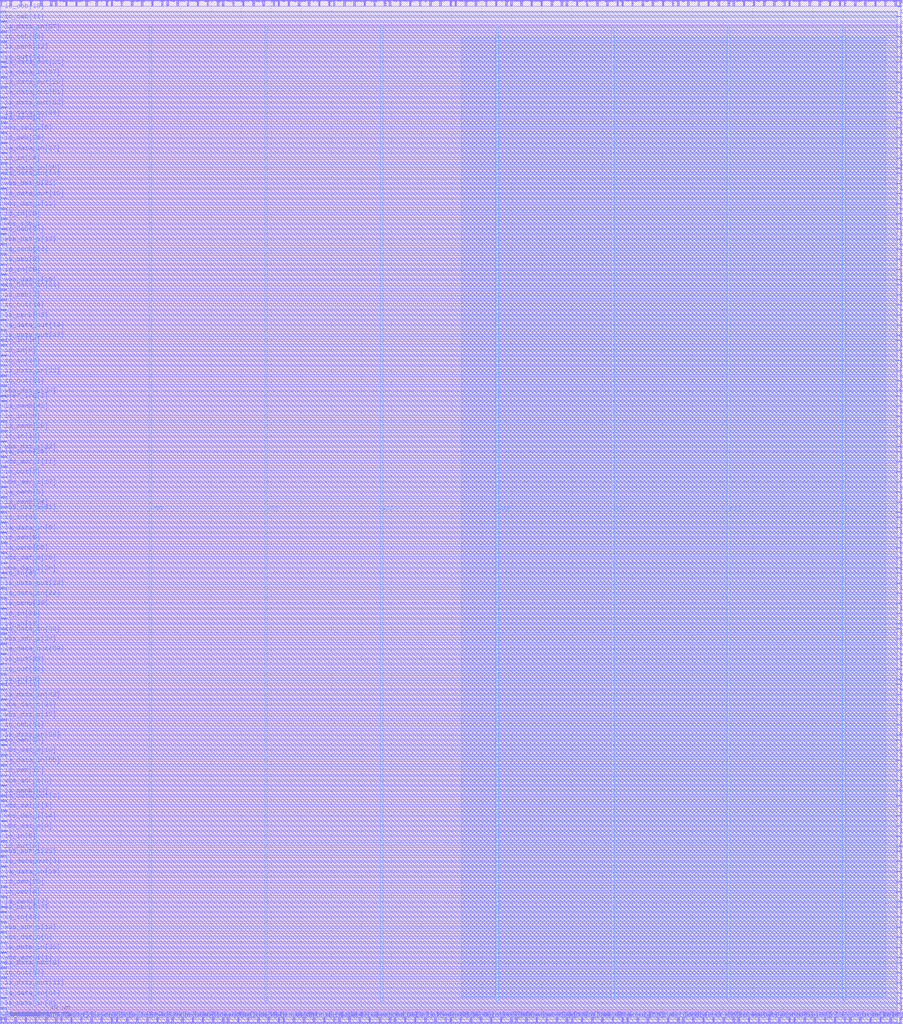
<source format=lef>
VERSION 5.7 ;
  NOWIREEXTENSIONATPIN ON ;
  DIVIDERCHAR "/" ;
  BUSBITCHARS "[]" ;
MACRO tiny_user_project
  CLASS BLOCK ;
  FOREIGN tiny_user_project ;
  ORIGIN 0.000 0.000 ;
  SIZE 600.000 BY 680.000 ;
  PIN io_in[0]
    DIRECTION INPUT ;
    USE SIGNAL ;
    PORT
      LAYER Metal3 ;
        RECT 1.000 443.520 4.000 444.080 ;
    END
  END io_in[0]
  PIN io_in[10]
    DIRECTION INPUT ;
    USE SIGNAL ;
    PORT
      LAYER Metal3 ;
        RECT 1.000 450.240 4.000 450.800 ;
    END
  END io_in[10]
  PIN io_in[11]
    DIRECTION INPUT ;
    USE SIGNAL ;
    PORT
      LAYER Metal3 ;
        RECT 1.000 221.760 4.000 222.320 ;
    END
  END io_in[11]
  PIN io_in[12]
    DIRECTION INPUT ;
    USE SIGNAL ;
    PORT
      LAYER Metal3 ;
        RECT 1.000 386.400 4.000 386.960 ;
    END
  END io_in[12]
  PIN io_in[13]
    DIRECTION INPUT ;
    USE SIGNAL ;
    PORT
      LAYER Metal3 ;
        RECT 1.000 262.080 4.000 262.640 ;
    END
  END io_in[13]
  PIN io_in[14]
    DIRECTION INPUT ;
    USE SIGNAL ;
    PORT
      LAYER Metal3 ;
        RECT 1.000 225.120 4.000 225.680 ;
    END
  END io_in[14]
  PIN io_in[15]
    DIRECTION INPUT ;
    USE SIGNAL ;
    PORT
      LAYER Metal2 ;
        RECT 299.040 676.000 299.600 679.000 ;
    END
  END io_in[15]
  PIN io_in[16]
    DIRECTION INPUT ;
    USE SIGNAL ;
    PORT
      LAYER Metal3 ;
        RECT 596.000 168.000 599.000 168.560 ;
    END
  END io_in[16]
  PIN io_in[17]
    DIRECTION INPUT ;
    USE SIGNAL ;
    PORT
      LAYER Metal3 ;
        RECT 596.000 641.760 599.000 642.320 ;
    END
  END io_in[17]
  PIN io_in[18]
    DIRECTION INPUT ;
    USE SIGNAL ;
    PORT
      LAYER Metal2 ;
        RECT 389.760 676.000 390.320 679.000 ;
    END
  END io_in[18]
  PIN io_in[19]
    DIRECTION INPUT ;
    USE SIGNAL ;
    PORT
      LAYER Metal3 ;
        RECT 596.000 26.880 599.000 27.440 ;
    END
  END io_in[19]
  PIN io_in[1]
    DIRECTION INPUT ;
    USE SIGNAL ;
    PORT
      LAYER Metal2 ;
        RECT 36.960 676.000 37.520 679.000 ;
    END
  END io_in[1]
  PIN io_in[20]
    DIRECTION INPUT ;
    USE SIGNAL ;
    PORT
      LAYER Metal2 ;
        RECT 470.400 676.000 470.960 679.000 ;
    END
  END io_in[20]
  PIN io_in[21]
    DIRECTION INPUT ;
    USE SIGNAL ;
    PORT
      LAYER Metal2 ;
        RECT 450.240 1.000 450.800 4.000 ;
    END
  END io_in[21]
  PIN io_in[22]
    DIRECTION INPUT ;
    USE SIGNAL ;
    PORT
      LAYER Metal2 ;
        RECT 598.080 676.000 598.640 679.000 ;
    END
  END io_in[22]
  PIN io_in[23]
    DIRECTION INPUT ;
    USE SIGNAL ;
    PORT
      LAYER Metal3 ;
        RECT 596.000 594.720 599.000 595.280 ;
    END
  END io_in[23]
  PIN io_in[24]
    DIRECTION INPUT ;
    USE SIGNAL ;
    PORT
      LAYER Metal2 ;
        RECT 527.520 1.000 528.080 4.000 ;
    END
  END io_in[24]
  PIN io_in[25]
    DIRECTION INPUT ;
    USE SIGNAL ;
    PORT
      LAYER Metal2 ;
        RECT 84.000 1.000 84.560 4.000 ;
    END
  END io_in[25]
  PIN io_in[26]
    DIRECTION INPUT ;
    USE SIGNAL ;
    PORT
      LAYER Metal3 ;
        RECT 1.000 534.240 4.000 534.800 ;
    END
  END io_in[26]
  PIN io_in[27]
    DIRECTION INPUT ;
    USE SIGNAL ;
    PORT
      LAYER Metal3 ;
        RECT 1.000 436.800 4.000 437.360 ;
    END
  END io_in[27]
  PIN io_in[28]
    DIRECTION INPUT ;
    USE SIGNAL ;
    PORT
      LAYER Metal3 ;
        RECT 1.000 497.280 4.000 497.840 ;
    END
  END io_in[28]
  PIN io_in[29]
    DIRECTION INPUT ;
    USE SIGNAL ;
    PORT
      LAYER Metal3 ;
        RECT 1.000 399.840 4.000 400.400 ;
    END
  END io_in[29]
  PIN io_in[2]
    DIRECTION INPUT ;
    USE SIGNAL ;
    PORT
      LAYER Metal3 ;
        RECT 596.000 675.360 599.000 675.920 ;
    END
  END io_in[2]
  PIN io_in[30]
    DIRECTION INPUT ;
    USE SIGNAL ;
    PORT
      LAYER Metal2 ;
        RECT 416.640 1.000 417.200 4.000 ;
    END
  END io_in[30]
  PIN io_in[31]
    DIRECTION INPUT ;
    USE SIGNAL ;
    PORT
      LAYER Metal3 ;
        RECT 1.000 268.800 4.000 269.360 ;
    END
  END io_in[31]
  PIN io_in[32]
    DIRECTION INPUT ;
    USE SIGNAL ;
    PORT
      LAYER Metal2 ;
        RECT 540.960 1.000 541.520 4.000 ;
    END
  END io_in[32]
  PIN io_in[33]
    DIRECTION INPUT ;
    USE SIGNAL ;
    PORT
      LAYER Metal3 ;
        RECT 1.000 67.200 4.000 67.760 ;
    END
  END io_in[33]
  PIN io_in[34]
    DIRECTION INPUT ;
    USE SIGNAL ;
    PORT
      LAYER Metal3 ;
        RECT 1.000 571.200 4.000 571.760 ;
    END
  END io_in[34]
  PIN io_in[35]
    DIRECTION INPUT ;
    USE SIGNAL ;
    PORT
      LAYER Metal2 ;
        RECT 530.880 676.000 531.440 679.000 ;
    END
  END io_in[35]
  PIN io_in[36]
    DIRECTION INPUT ;
    USE SIGNAL ;
    PORT
      LAYER Metal3 ;
        RECT 596.000 604.800 599.000 605.360 ;
    END
  END io_in[36]
  PIN io_in[37]
    DIRECTION INPUT ;
    USE SIGNAL ;
    PORT
      LAYER Metal3 ;
        RECT 596.000 527.520 599.000 528.080 ;
    END
  END io_in[37]
  PIN io_in[3]
    DIRECTION INPUT ;
    USE SIGNAL ;
    PORT
      LAYER Metal3 ;
        RECT 596.000 668.640 599.000 669.200 ;
    END
  END io_in[3]
  PIN io_in[4]
    DIRECTION INPUT ;
    USE SIGNAL ;
    PORT
      LAYER Metal3 ;
        RECT 596.000 329.280 599.000 329.840 ;
    END
  END io_in[4]
  PIN io_in[5]
    DIRECTION INPUT ;
    USE SIGNAL ;
    PORT
      LAYER Metal3 ;
        RECT 1.000 120.960 4.000 121.520 ;
    END
  END io_in[5]
  PIN io_in[6]
    DIRECTION INPUT ;
    USE SIGNAL ;
    PORT
      LAYER Metal3 ;
        RECT 596.000 161.280 599.000 161.840 ;
    END
  END io_in[6]
  PIN io_in[7]
    DIRECTION INPUT ;
    USE SIGNAL ;
    PORT
      LAYER Metal2 ;
        RECT 483.840 676.000 484.400 679.000 ;
    END
  END io_in[7]
  PIN io_in[8]
    DIRECTION INPUT ;
    USE SIGNAL ;
    PORT
      LAYER Metal3 ;
        RECT 1.000 295.680 4.000 296.240 ;
    END
  END io_in[8]
  PIN io_in[9]
    DIRECTION INPUT ;
    USE SIGNAL ;
    PORT
      LAYER Metal3 ;
        RECT 1.000 332.640 4.000 333.200 ;
    END
  END io_in[9]
  PIN io_oeb[0]
    DIRECTION OUTPUT TRISTATE ;
    USE SIGNAL ;
    PORT
      LAYER Metal3 ;
        RECT 596.000 490.560 599.000 491.120 ;
    END
  END io_oeb[0]
  PIN io_oeb[10]
    DIRECTION OUTPUT TRISTATE ;
    USE SIGNAL ;
    PORT
      LAYER Metal3 ;
        RECT 596.000 453.600 599.000 454.160 ;
    END
  END io_oeb[10]
  PIN io_oeb[11]
    DIRECTION OUTPUT TRISTATE ;
    USE SIGNAL ;
    PORT
      LAYER Metal3 ;
        RECT 1.000 665.280 4.000 665.840 ;
    END
  END io_oeb[11]
  PIN io_oeb[12]
    DIRECTION OUTPUT TRISTATE ;
    USE SIGNAL ;
    PORT
      LAYER Metal2 ;
        RECT 393.120 1.000 393.680 4.000 ;
    END
  END io_oeb[12]
  PIN io_oeb[13]
    DIRECTION OUTPUT TRISTATE ;
    USE SIGNAL ;
    PORT
      LAYER Metal3 ;
        RECT 1.000 164.640 4.000 165.200 ;
    END
  END io_oeb[13]
  PIN io_oeb[14]
    DIRECTION OUTPUT TRISTATE ;
    USE SIGNAL ;
    PORT
      LAYER Metal2 ;
        RECT 584.640 1.000 585.200 4.000 ;
    END
  END io_oeb[14]
  PIN io_oeb[15]
    DIRECTION OUTPUT TRISTATE ;
    USE SIGNAL ;
    PORT
      LAYER Metal2 ;
        RECT 366.240 676.000 366.800 679.000 ;
    END
  END io_oeb[15]
  PIN io_oeb[16]
    DIRECTION OUTPUT TRISTATE ;
    USE SIGNAL ;
    PORT
      LAYER Metal2 ;
        RECT 184.800 1.000 185.360 4.000 ;
    END
  END io_oeb[16]
  PIN io_oeb[17]
    DIRECTION OUTPUT TRISTATE ;
    USE SIGNAL ;
    PORT
      LAYER Metal2 ;
        RECT 60.480 1.000 61.040 4.000 ;
    END
  END io_oeb[17]
  PIN io_oeb[18]
    DIRECTION OUTPUT TRISTATE ;
    USE SIGNAL ;
    PORT
      LAYER Metal3 ;
        RECT 1.000 672.000 4.000 672.560 ;
    END
  END io_oeb[18]
  PIN io_oeb[19]
    DIRECTION OUTPUT TRISTATE ;
    USE SIGNAL ;
    PORT
      LAYER Metal2 ;
        RECT 184.800 676.000 185.360 679.000 ;
    END
  END io_oeb[19]
  PIN io_oeb[1]
    DIRECTION OUTPUT TRISTATE ;
    USE SIGNAL ;
    PORT
      LAYER Metal2 ;
        RECT 131.040 676.000 131.600 679.000 ;
    END
  END io_oeb[1]
  PIN io_oeb[20]
    DIRECTION OUTPUT TRISTATE ;
    USE SIGNAL ;
    PORT
      LAYER Metal2 ;
        RECT 329.280 676.000 329.840 679.000 ;
    END
  END io_oeb[20]
  PIN io_oeb[21]
    DIRECTION OUTPUT TRISTATE ;
    USE SIGNAL ;
    PORT
      LAYER Metal2 ;
        RECT 547.680 1.000 548.240 4.000 ;
    END
  END io_oeb[21]
  PIN io_oeb[22]
    DIRECTION OUTPUT TRISTATE ;
    USE SIGNAL ;
    PORT
      LAYER Metal3 ;
        RECT 596.000 204.960 599.000 205.520 ;
    END
  END io_oeb[22]
  PIN io_oeb[23]
    DIRECTION OUTPUT TRISTATE ;
    USE SIGNAL ;
    PORT
      LAYER Metal2 ;
        RECT 581.280 676.000 581.840 679.000 ;
    END
  END io_oeb[23]
  PIN io_oeb[24]
    DIRECTION OUTPUT TRISTATE ;
    USE SIGNAL ;
    PORT
      LAYER Metal3 ;
        RECT 1.000 184.800 4.000 185.360 ;
    END
  END io_oeb[24]
  PIN io_oeb[25]
    DIRECTION OUTPUT TRISTATE ;
    USE SIGNAL ;
    PORT
      LAYER Metal3 ;
        RECT 1.000 90.720 4.000 91.280 ;
    END
  END io_oeb[25]
  PIN io_oeb[26]
    DIRECTION OUTPUT TRISTATE ;
    USE SIGNAL ;
    PORT
      LAYER Metal3 ;
        RECT 1.000 584.640 4.000 585.200 ;
    END
  END io_oeb[26]
  PIN io_oeb[27]
    DIRECTION OUTPUT TRISTATE ;
    USE SIGNAL ;
    PORT
      LAYER Metal2 ;
        RECT 534.240 1.000 534.800 4.000 ;
    END
  END io_oeb[27]
  PIN io_oeb[28]
    DIRECTION OUTPUT TRISTATE ;
    USE SIGNAL ;
    PORT
      LAYER Metal3 ;
        RECT 1.000 651.840 4.000 652.400 ;
    END
  END io_oeb[28]
  PIN io_oeb[29]
    DIRECTION OUTPUT TRISTATE ;
    USE SIGNAL ;
    PORT
      LAYER Metal3 ;
        RECT 596.000 366.240 599.000 366.800 ;
    END
  END io_oeb[29]
  PIN io_oeb[2]
    DIRECTION OUTPUT TRISTATE ;
    USE SIGNAL ;
    PORT
      LAYER Metal3 ;
        RECT 596.000 285.600 599.000 286.160 ;
    END
  END io_oeb[2]
  PIN io_oeb[30]
    DIRECTION OUTPUT TRISTATE ;
    USE SIGNAL ;
    PORT
      LAYER Metal3 ;
        RECT 596.000 0.000 599.000 0.560 ;
    END
  END io_oeb[30]
  PIN io_oeb[31]
    DIRECTION OUTPUT TRISTATE ;
    USE SIGNAL ;
    PORT
      LAYER Metal3 ;
        RECT 1.000 194.880 4.000 195.440 ;
    END
  END io_oeb[31]
  PIN io_oeb[32]
    DIRECTION OUTPUT TRISTATE ;
    USE SIGNAL ;
    PORT
      LAYER Metal2 ;
        RECT 520.800 676.000 521.360 679.000 ;
    END
  END io_oeb[32]
  PIN io_oeb[33]
    DIRECTION OUTPUT TRISTATE ;
    USE SIGNAL ;
    PORT
      LAYER Metal3 ;
        RECT 596.000 144.480 599.000 145.040 ;
    END
  END io_oeb[33]
  PIN io_oeb[34]
    DIRECTION OUTPUT TRISTATE ;
    USE SIGNAL ;
    PORT
      LAYER Metal3 ;
        RECT 1.000 524.160 4.000 524.720 ;
    END
  END io_oeb[34]
  PIN io_oeb[35]
    DIRECTION OUTPUT TRISTATE ;
    USE SIGNAL ;
    PORT
      LAYER Metal3 ;
        RECT 596.000 618.240 599.000 618.800 ;
    END
  END io_oeb[35]
  PIN io_oeb[36]
    DIRECTION OUTPUT TRISTATE ;
    USE SIGNAL ;
    PORT
      LAYER Metal2 ;
        RECT 315.840 676.000 316.400 679.000 ;
    END
  END io_oeb[36]
  PIN io_oeb[37]
    DIRECTION OUTPUT TRISTATE ;
    USE SIGNAL ;
    PORT
      LAYER Metal3 ;
        RECT 596.000 299.040 599.000 299.600 ;
    END
  END io_oeb[37]
  PIN io_oeb[3]
    DIRECTION OUTPUT TRISTATE ;
    USE SIGNAL ;
    PORT
      LAYER Metal3 ;
        RECT 1.000 480.480 4.000 481.040 ;
    END
  END io_oeb[3]
  PIN io_oeb[4]
    DIRECTION OUTPUT TRISTATE ;
    USE SIGNAL ;
    PORT
      LAYER Metal3 ;
        RECT 1.000 84.000 4.000 84.560 ;
    END
  END io_oeb[4]
  PIN io_oeb[5]
    DIRECTION OUTPUT TRISTATE ;
    USE SIGNAL ;
    PORT
      LAYER Metal2 ;
        RECT 426.720 676.000 427.280 679.000 ;
    END
  END io_oeb[5]
  PIN io_oeb[6]
    DIRECTION OUTPUT TRISTATE ;
    USE SIGNAL ;
    PORT
      LAYER Metal3 ;
        RECT 1.000 504.000 4.000 504.560 ;
    END
  END io_oeb[6]
  PIN io_oeb[7]
    DIRECTION OUTPUT TRISTATE ;
    USE SIGNAL ;
    PORT
      LAYER Metal2 ;
        RECT 265.440 676.000 266.000 679.000 ;
    END
  END io_oeb[7]
  PIN io_oeb[8]
    DIRECTION OUTPUT TRISTATE ;
    USE SIGNAL ;
    PORT
      LAYER Metal3 ;
        RECT 1.000 319.200 4.000 319.760 ;
    END
  END io_oeb[8]
  PIN io_oeb[9]
    DIRECTION OUTPUT TRISTATE ;
    USE SIGNAL ;
    PORT
      LAYER Metal3 ;
        RECT 596.000 661.920 599.000 662.480 ;
    END
  END io_oeb[9]
  PIN io_out[0]
    DIRECTION OUTPUT TRISTATE ;
    USE SIGNAL ;
    PORT
      LAYER Metal2 ;
        RECT 63.840 676.000 64.400 679.000 ;
    END
  END io_out[0]
  PIN io_out[10]
    DIRECTION OUTPUT TRISTATE ;
    USE SIGNAL ;
    PORT
      LAYER Metal2 ;
        RECT 154.560 676.000 155.120 679.000 ;
    END
  END io_out[10]
  PIN io_out[11]
    DIRECTION OUTPUT TRISTATE ;
    USE SIGNAL ;
    PORT
      LAYER Metal2 ;
        RECT 413.280 1.000 413.840 4.000 ;
    END
  END io_out[11]
  PIN io_out[12]
    DIRECTION OUTPUT TRISTATE ;
    USE SIGNAL ;
    PORT
      LAYER Metal2 ;
        RECT 588.000 676.000 588.560 679.000 ;
    END
  END io_out[12]
  PIN io_out[13]
    DIRECTION OUTPUT TRISTATE ;
    USE SIGNAL ;
    PORT
      LAYER Metal3 ;
        RECT 1.000 638.400 4.000 638.960 ;
    END
  END io_out[13]
  PIN io_out[14]
    DIRECTION OUTPUT TRISTATE ;
    USE SIGNAL ;
    PORT
      LAYER Metal3 ;
        RECT 1.000 473.760 4.000 474.320 ;
    END
  END io_out[14]
  PIN io_out[15]
    DIRECTION OUTPUT TRISTATE ;
    USE SIGNAL ;
    PORT
      LAYER Metal2 ;
        RECT 258.720 1.000 259.280 4.000 ;
    END
  END io_out[15]
  PIN io_out[16]
    DIRECTION OUTPUT TRISTATE ;
    USE SIGNAL ;
    PORT
      LAYER Metal3 ;
        RECT 596.000 574.560 599.000 575.120 ;
    END
  END io_out[16]
  PIN io_out[17]
    DIRECTION OUTPUT TRISTATE ;
    USE SIGNAL ;
    PORT
      LAYER Metal2 ;
        RECT 73.920 1.000 74.480 4.000 ;
    END
  END io_out[17]
  PIN io_out[18]
    DIRECTION OUTPUT TRISTATE ;
    USE SIGNAL ;
    PORT
      LAYER Metal2 ;
        RECT 598.080 1.000 598.640 4.000 ;
    END
  END io_out[18]
  PIN io_out[19]
    DIRECTION OUTPUT TRISTATE ;
    USE SIGNAL ;
    PORT
      LAYER Metal2 ;
        RECT 100.800 676.000 101.360 679.000 ;
    END
  END io_out[19]
  PIN io_out[1]
    DIRECTION OUTPUT TRISTATE ;
    USE SIGNAL ;
    PORT
      LAYER Metal2 ;
        RECT 40.320 1.000 40.880 4.000 ;
    END
  END io_out[1]
  PIN io_out[20]
    DIRECTION OUTPUT TRISTATE ;
    USE SIGNAL ;
    PORT
      LAYER Metal3 ;
        RECT 596.000 100.800 599.000 101.360 ;
    END
  END io_out[20]
  PIN io_out[21]
    DIRECTION OUTPUT TRISTATE ;
    USE SIGNAL ;
    PORT
      LAYER Metal3 ;
        RECT 1.000 423.360 4.000 423.920 ;
    END
  END io_out[21]
  PIN io_out[22]
    DIRECTION OUTPUT TRISTATE ;
    USE SIGNAL ;
    PORT
      LAYER Metal3 ;
        RECT 596.000 181.440 599.000 182.000 ;
    END
  END io_out[22]
  PIN io_out[23]
    DIRECTION OUTPUT TRISTATE ;
    USE SIGNAL ;
    PORT
      LAYER Metal3 ;
        RECT 1.000 238.560 4.000 239.120 ;
    END
  END io_out[23]
  PIN io_out[24]
    DIRECTION OUTPUT TRISTATE ;
    USE SIGNAL ;
    PORT
      LAYER Metal2 ;
        RECT 561.120 1.000 561.680 4.000 ;
    END
  END io_out[24]
  PIN io_out[25]
    DIRECTION OUTPUT TRISTATE ;
    USE SIGNAL ;
    PORT
      LAYER Metal3 ;
        RECT 596.000 57.120 599.000 57.680 ;
    END
  END io_out[25]
  PIN io_out[26]
    DIRECTION OUTPUT TRISTATE ;
    USE SIGNAL ;
    PORT
      LAYER Metal2 ;
        RECT 268.800 1.000 269.360 4.000 ;
    END
  END io_out[26]
  PIN io_out[27]
    DIRECTION OUTPUT TRISTATE ;
    USE SIGNAL ;
    PORT
      LAYER Metal2 ;
        RECT 215.040 1.000 215.600 4.000 ;
    END
  END io_out[27]
  PIN io_out[28]
    DIRECTION OUTPUT TRISTATE ;
    USE SIGNAL ;
    PORT
      LAYER Metal2 ;
        RECT 409.920 676.000 410.480 679.000 ;
    END
  END io_out[28]
  PIN io_out[29]
    DIRECTION OUTPUT TRISTATE ;
    USE SIGNAL ;
    PORT
      LAYER Metal2 ;
        RECT 436.800 1.000 437.360 4.000 ;
    END
  END io_out[29]
  PIN io_out[2]
    DIRECTION OUTPUT TRISTATE ;
    USE SIGNAL ;
    PORT
      LAYER Metal3 ;
        RECT 596.000 265.440 599.000 266.000 ;
    END
  END io_out[2]
  PIN io_out[30]
    DIRECTION OUTPUT TRISTATE ;
    USE SIGNAL ;
    PORT
      LAYER Metal2 ;
        RECT 544.320 676.000 544.880 679.000 ;
    END
  END io_out[30]
  PIN io_out[31]
    DIRECTION OUTPUT TRISTATE ;
    USE SIGNAL ;
    PORT
      LAYER Metal2 ;
        RECT 225.120 1.000 225.680 4.000 ;
    END
  END io_out[31]
  PIN io_out[32]
    DIRECTION OUTPUT TRISTATE ;
    USE SIGNAL ;
    PORT
      LAYER Metal2 ;
        RECT 359.520 676.000 360.080 679.000 ;
    END
  END io_out[32]
  PIN io_out[33]
    DIRECTION OUTPUT TRISTATE ;
    USE SIGNAL ;
    PORT
      LAYER Metal3 ;
        RECT 1.000 231.840 4.000 232.400 ;
    END
  END io_out[33]
  PIN io_out[34]
    DIRECTION OUTPUT TRISTATE ;
    USE SIGNAL ;
    PORT
      LAYER Metal2 ;
        RECT 423.360 1.000 423.920 4.000 ;
    END
  END io_out[34]
  PIN io_out[35]
    DIRECTION OUTPUT TRISTATE ;
    USE SIGNAL ;
    PORT
      LAYER Metal2 ;
        RECT 379.680 1.000 380.240 4.000 ;
    END
  END io_out[35]
  PIN io_out[36]
    DIRECTION OUTPUT TRISTATE ;
    USE SIGNAL ;
    PORT
      LAYER Metal2 ;
        RECT 151.200 1.000 151.760 4.000 ;
    END
  END io_out[36]
  PIN io_out[37]
    DIRECTION OUTPUT TRISTATE ;
    USE SIGNAL ;
    PORT
      LAYER Metal3 ;
        RECT 1.000 30.240 4.000 30.800 ;
    END
  END io_out[37]
  PIN io_out[3]
    DIRECTION OUTPUT TRISTATE ;
    USE SIGNAL ;
    PORT
      LAYER Metal2 ;
        RECT 255.360 676.000 255.920 679.000 ;
    END
  END io_out[3]
  PIN io_out[4]
    DIRECTION OUTPUT TRISTATE ;
    USE SIGNAL ;
    PORT
      LAYER Metal2 ;
        RECT 295.680 1.000 296.240 4.000 ;
    END
  END io_out[4]
  PIN io_out[5]
    DIRECTION OUTPUT TRISTATE ;
    USE SIGNAL ;
    PORT
      LAYER Metal2 ;
        RECT 228.480 676.000 229.040 679.000 ;
    END
  END io_out[5]
  PIN io_out[6]
    DIRECTION OUTPUT TRISTATE ;
    USE SIGNAL ;
    PORT
      LAYER Metal3 ;
        RECT 1.000 114.240 4.000 114.800 ;
    END
  END io_out[6]
  PIN io_out[7]
    DIRECTION OUTPUT TRISTATE ;
    USE SIGNAL ;
    PORT
      LAYER Metal3 ;
        RECT 1.000 362.880 4.000 363.440 ;
    END
  END io_out[7]
  PIN io_out[8]
    DIRECTION OUTPUT TRISTATE ;
    USE SIGNAL ;
    PORT
      LAYER Metal2 ;
        RECT 467.040 1.000 467.600 4.000 ;
    END
  END io_out[8]
  PIN io_out[9]
    DIRECTION OUTPUT TRISTATE ;
    USE SIGNAL ;
    PORT
      LAYER Metal2 ;
        RECT 164.640 1.000 165.200 4.000 ;
    END
  END io_out[9]
  PIN la_data_in[0]
    DIRECTION INPUT ;
    USE SIGNAL ;
    PORT
      LAYER Metal3 ;
        RECT 1.000 325.920 4.000 326.480 ;
    END
  END la_data_in[0]
  PIN la_data_in[10]
    DIRECTION INPUT ;
    USE SIGNAL ;
    PORT
      LAYER Metal3 ;
        RECT 596.000 638.400 599.000 638.960 ;
    END
  END la_data_in[10]
  PIN la_data_in[11]
    DIRECTION INPUT ;
    USE SIGNAL ;
    PORT
      LAYER Metal3 ;
        RECT 596.000 322.560 599.000 323.120 ;
    END
  END la_data_in[11]
  PIN la_data_in[12]
    DIRECTION INPUT ;
    USE SIGNAL ;
    PORT
      LAYER Metal2 ;
        RECT 194.880 1.000 195.440 4.000 ;
    END
  END la_data_in[12]
  PIN la_data_in[13]
    DIRECTION INPUT ;
    USE SIGNAL ;
    PORT
      LAYER Metal2 ;
        RECT 218.400 676.000 218.960 679.000 ;
    END
  END la_data_in[13]
  PIN la_data_in[14]
    DIRECTION INPUT ;
    USE SIGNAL ;
    PORT
      LAYER Metal3 ;
        RECT 1.000 561.120 4.000 561.680 ;
    END
  END la_data_in[14]
  PIN la_data_in[15]
    DIRECTION INPUT ;
    USE SIGNAL ;
    PORT
      LAYER Metal3 ;
        RECT 596.000 500.640 599.000 501.200 ;
    END
  END la_data_in[15]
  PIN la_data_in[16]
    DIRECTION INPUT ;
    USE SIGNAL ;
    PORT
      LAYER Metal2 ;
        RECT 20.160 676.000 20.720 679.000 ;
    END
  END la_data_in[16]
  PIN la_data_in[17]
    DIRECTION INPUT ;
    USE SIGNAL ;
    PORT
      LAYER Metal3 ;
        RECT 596.000 137.760 599.000 138.320 ;
    END
  END la_data_in[17]
  PIN la_data_in[18]
    DIRECTION INPUT ;
    USE SIGNAL ;
    PORT
      LAYER Metal2 ;
        RECT 278.880 676.000 279.440 679.000 ;
    END
  END la_data_in[18]
  PIN la_data_in[19]
    DIRECTION INPUT ;
    USE SIGNAL ;
    PORT
      LAYER Metal3 ;
        RECT 1.000 97.440 4.000 98.000 ;
    END
  END la_data_in[19]
  PIN la_data_in[1]
    DIRECTION INPUT ;
    USE SIGNAL ;
    PORT
      LAYER Metal2 ;
        RECT 107.520 676.000 108.080 679.000 ;
    END
  END la_data_in[1]
  PIN la_data_in[20]
    DIRECTION INPUT ;
    USE SIGNAL ;
    PORT
      LAYER Metal3 ;
        RECT 596.000 174.720 599.000 175.280 ;
    END
  END la_data_in[20]
  PIN la_data_in[21]
    DIRECTION INPUT ;
    USE SIGNAL ;
    PORT
      LAYER Metal3 ;
        RECT 1.000 487.200 4.000 487.760 ;
    END
  END la_data_in[21]
  PIN la_data_in[22]
    DIRECTION INPUT ;
    USE SIGNAL ;
    PORT
      LAYER Metal3 ;
        RECT 1.000 282.240 4.000 282.800 ;
    END
  END la_data_in[22]
  PIN la_data_in[23]
    DIRECTION INPUT ;
    USE SIGNAL ;
    PORT
      LAYER Metal3 ;
        RECT 596.000 520.800 599.000 521.360 ;
    END
  END la_data_in[23]
  PIN la_data_in[24]
    DIRECTION INPUT ;
    USE SIGNAL ;
    PORT
      LAYER Metal2 ;
        RECT 285.600 676.000 286.160 679.000 ;
    END
  END la_data_in[24]
  PIN la_data_in[25]
    DIRECTION INPUT ;
    USE SIGNAL ;
    PORT
      LAYER Metal2 ;
        RECT 94.080 676.000 94.640 679.000 ;
    END
  END la_data_in[25]
  PIN la_data_in[26]
    DIRECTION INPUT ;
    USE SIGNAL ;
    PORT
      LAYER Metal2 ;
        RECT 352.800 676.000 353.360 679.000 ;
    END
  END la_data_in[26]
  PIN la_data_in[27]
    DIRECTION INPUT ;
    USE SIGNAL ;
    PORT
      LAYER Metal3 ;
        RECT 1.000 577.920 4.000 578.480 ;
    END
  END la_data_in[27]
  PIN la_data_in[28]
    DIRECTION INPUT ;
    USE SIGNAL ;
    PORT
      LAYER Metal3 ;
        RECT 1.000 601.440 4.000 602.000 ;
    END
  END la_data_in[28]
  PIN la_data_in[29]
    DIRECTION INPUT ;
    USE SIGNAL ;
    PORT
      LAYER Metal3 ;
        RECT 596.000 198.240 599.000 198.800 ;
    END
  END la_data_in[29]
  PIN la_data_in[2]
    DIRECTION INPUT ;
    USE SIGNAL ;
    PORT
      LAYER Metal2 ;
        RECT 241.920 676.000 242.480 679.000 ;
    END
  END la_data_in[2]
  PIN la_data_in[30]
    DIRECTION INPUT ;
    USE SIGNAL ;
    PORT
      LAYER Metal3 ;
        RECT 1.000 47.040 4.000 47.600 ;
    END
  END la_data_in[30]
  PIN la_data_in[31]
    DIRECTION INPUT ;
    USE SIGNAL ;
    PORT
      LAYER Metal2 ;
        RECT 500.640 676.000 501.200 679.000 ;
    END
  END la_data_in[31]
  PIN la_data_in[32]
    DIRECTION INPUT ;
    USE SIGNAL ;
    PORT
      LAYER Metal3 ;
        RECT 1.000 258.720 4.000 259.280 ;
    END
  END la_data_in[32]
  PIN la_data_in[33]
    DIRECTION INPUT ;
    USE SIGNAL ;
    PORT
      LAYER Metal3 ;
        RECT 1.000 430.080 4.000 430.640 ;
    END
  END la_data_in[33]
  PIN la_data_in[34]
    DIRECTION INPUT ;
    USE SIGNAL ;
    PORT
      LAYER Metal2 ;
        RECT 6.720 676.000 7.280 679.000 ;
    END
  END la_data_in[34]
  PIN la_data_in[35]
    DIRECTION INPUT ;
    USE SIGNAL ;
    PORT
      LAYER Metal3 ;
        RECT 1.000 564.480 4.000 565.040 ;
    END
  END la_data_in[35]
  PIN la_data_in[36]
    DIRECTION INPUT ;
    USE SIGNAL ;
    PORT
      LAYER Metal2 ;
        RECT 453.600 1.000 454.160 4.000 ;
    END
  END la_data_in[36]
  PIN la_data_in[37]
    DIRECTION INPUT ;
    USE SIGNAL ;
    PORT
      LAYER Metal3 ;
        RECT 1.000 628.320 4.000 628.880 ;
    END
  END la_data_in[37]
  PIN la_data_in[38]
    DIRECTION INPUT ;
    USE SIGNAL ;
    PORT
      LAYER Metal2 ;
        RECT 288.960 1.000 289.520 4.000 ;
    END
  END la_data_in[38]
  PIN la_data_in[39]
    DIRECTION INPUT ;
    USE SIGNAL ;
    PORT
      LAYER Metal2 ;
        RECT 309.120 676.000 309.680 679.000 ;
    END
  END la_data_in[39]
  PIN la_data_in[3]
    DIRECTION INPUT ;
    USE SIGNAL ;
    PORT
      LAYER Metal3 ;
        RECT 596.000 389.760 599.000 390.320 ;
    END
  END la_data_in[3]
  PIN la_data_in[40]
    DIRECTION INPUT ;
    USE SIGNAL ;
    PORT
      LAYER Metal2 ;
        RECT 221.760 1.000 222.320 4.000 ;
    END
  END la_data_in[40]
  PIN la_data_in[41]
    DIRECTION INPUT ;
    USE SIGNAL ;
    PORT
      LAYER Metal2 ;
        RECT 305.760 1.000 306.320 4.000 ;
    END
  END la_data_in[41]
  PIN la_data_in[42]
    DIRECTION INPUT ;
    USE SIGNAL ;
    PORT
      LAYER Metal3 ;
        RECT 1.000 215.040 4.000 215.600 ;
    END
  END la_data_in[42]
  PIN la_data_in[43]
    DIRECTION INPUT ;
    USE SIGNAL ;
    PORT
      LAYER Metal2 ;
        RECT 561.120 676.000 561.680 679.000 ;
    END
  END la_data_in[43]
  PIN la_data_in[44]
    DIRECTION INPUT ;
    USE SIGNAL ;
    PORT
      LAYER Metal3 ;
        RECT 596.000 43.680 599.000 44.240 ;
    END
  END la_data_in[44]
  PIN la_data_in[45]
    DIRECTION INPUT ;
    USE SIGNAL ;
    PORT
      LAYER Metal2 ;
        RECT 208.320 1.000 208.880 4.000 ;
    END
  END la_data_in[45]
  PIN la_data_in[46]
    DIRECTION INPUT ;
    USE SIGNAL ;
    PORT
      LAYER Metal3 ;
        RECT 596.000 507.360 599.000 507.920 ;
    END
  END la_data_in[46]
  PIN la_data_in[47]
    DIRECTION INPUT ;
    USE SIGNAL ;
    PORT
      LAYER Metal2 ;
        RECT 399.840 1.000 400.400 4.000 ;
    END
  END la_data_in[47]
  PIN la_data_in[48]
    DIRECTION INPUT ;
    USE SIGNAL ;
    PORT
      LAYER Metal2 ;
        RECT 258.720 676.000 259.280 679.000 ;
    END
  END la_data_in[48]
  PIN la_data_in[49]
    DIRECTION INPUT ;
    USE SIGNAL ;
    PORT
      LAYER Metal2 ;
        RECT 204.960 676.000 205.520 679.000 ;
    END
  END la_data_in[49]
  PIN la_data_in[4]
    DIRECTION INPUT ;
    USE SIGNAL ;
    PORT
      LAYER Metal2 ;
        RECT 13.440 676.000 14.000 679.000 ;
    END
  END la_data_in[4]
  PIN la_data_in[50]
    DIRECTION INPUT ;
    USE SIGNAL ;
    PORT
      LAYER Metal2 ;
        RECT 211.680 676.000 212.240 679.000 ;
    END
  END la_data_in[50]
  PIN la_data_in[51]
    DIRECTION INPUT ;
    USE SIGNAL ;
    PORT
      LAYER Metal2 ;
        RECT 299.040 1.000 299.600 4.000 ;
    END
  END la_data_in[51]
  PIN la_data_in[52]
    DIRECTION INPUT ;
    USE SIGNAL ;
    PORT
      LAYER Metal3 ;
        RECT 596.000 255.360 599.000 255.920 ;
    END
  END la_data_in[52]
  PIN la_data_in[53]
    DIRECTION INPUT ;
    USE SIGNAL ;
    PORT
      LAYER Metal2 ;
        RECT 456.960 676.000 457.520 679.000 ;
    END
  END la_data_in[53]
  PIN la_data_in[54]
    DIRECTION INPUT ;
    USE SIGNAL ;
    PORT
      LAYER Metal2 ;
        RECT 413.280 676.000 413.840 679.000 ;
    END
  END la_data_in[54]
  PIN la_data_in[55]
    DIRECTION INPUT ;
    USE SIGNAL ;
    PORT
      LAYER Metal3 ;
        RECT 1.000 171.360 4.000 171.920 ;
    END
  END la_data_in[55]
  PIN la_data_in[56]
    DIRECTION INPUT ;
    USE SIGNAL ;
    PORT
      LAYER Metal3 ;
        RECT 1.000 188.160 4.000 188.720 ;
    END
  END la_data_in[56]
  PIN la_data_in[57]
    DIRECTION INPUT ;
    USE SIGNAL ;
    PORT
      LAYER Metal3 ;
        RECT 1.000 658.560 4.000 659.120 ;
    END
  END la_data_in[57]
  PIN la_data_in[58]
    DIRECTION INPUT ;
    USE SIGNAL ;
    PORT
      LAYER Metal2 ;
        RECT 231.840 1.000 232.400 4.000 ;
    END
  END la_data_in[58]
  PIN la_data_in[59]
    DIRECTION INPUT ;
    USE SIGNAL ;
    PORT
      LAYER Metal3 ;
        RECT 596.000 624.960 599.000 625.520 ;
    END
  END la_data_in[59]
  PIN la_data_in[5]
    DIRECTION INPUT ;
    USE SIGNAL ;
    PORT
      LAYER Metal2 ;
        RECT 110.880 1.000 111.440 4.000 ;
    END
  END la_data_in[5]
  PIN la_data_in[60]
    DIRECTION INPUT ;
    USE SIGNAL ;
    PORT
      LAYER Metal3 ;
        RECT 596.000 463.680 599.000 464.240 ;
    END
  END la_data_in[60]
  PIN la_data_in[61]
    DIRECTION INPUT ;
    USE SIGNAL ;
    PORT
      LAYER Metal3 ;
        RECT 1.000 16.800 4.000 17.360 ;
    END
  END la_data_in[61]
  PIN la_data_in[62]
    DIRECTION INPUT ;
    USE SIGNAL ;
    PORT
      LAYER Metal2 ;
        RECT 376.320 1.000 376.880 4.000 ;
    END
  END la_data_in[62]
  PIN la_data_in[63]
    DIRECTION INPUT ;
    USE SIGNAL ;
    PORT
      LAYER Metal2 ;
        RECT 124.320 676.000 124.880 679.000 ;
    END
  END la_data_in[63]
  PIN la_data_in[6]
    DIRECTION INPUT ;
    USE SIGNAL ;
    PORT
      LAYER Metal2 ;
        RECT 127.680 1.000 128.240 4.000 ;
    END
  END la_data_in[6]
  PIN la_data_in[7]
    DIRECTION INPUT ;
    USE SIGNAL ;
    PORT
      LAYER Metal3 ;
        RECT 596.000 272.160 599.000 272.720 ;
    END
  END la_data_in[7]
  PIN la_data_in[8]
    DIRECTION INPUT ;
    USE SIGNAL ;
    PORT
      LAYER Metal3 ;
        RECT 1.000 10.080 4.000 10.640 ;
    END
  END la_data_in[8]
  PIN la_data_in[9]
    DIRECTION INPUT ;
    USE SIGNAL ;
    PORT
      LAYER Metal2 ;
        RECT 537.600 676.000 538.160 679.000 ;
    END
  END la_data_in[9]
  PIN la_data_out[0]
    DIRECTION OUTPUT TRISTATE ;
    USE SIGNAL ;
    PORT
      LAYER Metal2 ;
        RECT 514.080 676.000 514.640 679.000 ;
    END
  END la_data_out[0]
  PIN la_data_out[10]
    DIRECTION OUTPUT TRISTATE ;
    USE SIGNAL ;
    PORT
      LAYER Metal3 ;
        RECT 596.000 383.040 599.000 383.600 ;
    END
  END la_data_out[10]
  PIN la_data_out[11]
    DIRECTION OUTPUT TRISTATE ;
    USE SIGNAL ;
    PORT
      LAYER Metal3 ;
        RECT 1.000 23.520 4.000 24.080 ;
    END
  END la_data_out[11]
  PIN la_data_out[12]
    DIRECTION OUTPUT TRISTATE ;
    USE SIGNAL ;
    PORT
      LAYER Metal3 ;
        RECT 1.000 460.320 4.000 460.880 ;
    END
  END la_data_out[12]
  PIN la_data_out[13]
    DIRECTION OUTPUT TRISTATE ;
    USE SIGNAL ;
    PORT
      LAYER Metal2 ;
        RECT 238.560 1.000 239.120 4.000 ;
    END
  END la_data_out[13]
  PIN la_data_out[14]
    DIRECTION OUTPUT TRISTATE ;
    USE SIGNAL ;
    PORT
      LAYER Metal3 ;
        RECT 596.000 302.400 599.000 302.960 ;
    END
  END la_data_out[14]
  PIN la_data_out[15]
    DIRECTION OUTPUT TRISTATE ;
    USE SIGNAL ;
    PORT
      LAYER Metal3 ;
        RECT 1.000 547.680 4.000 548.240 ;
    END
  END la_data_out[15]
  PIN la_data_out[16]
    DIRECTION OUTPUT TRISTATE ;
    USE SIGNAL ;
    PORT
      LAYER Metal3 ;
        RECT 596.000 396.480 599.000 397.040 ;
    END
  END la_data_out[16]
  PIN la_data_out[17]
    DIRECTION OUTPUT TRISTATE ;
    USE SIGNAL ;
    PORT
      LAYER Metal2 ;
        RECT 272.160 676.000 272.720 679.000 ;
    END
  END la_data_out[17]
  PIN la_data_out[18]
    DIRECTION OUTPUT TRISTATE ;
    USE SIGNAL ;
    PORT
      LAYER Metal3 ;
        RECT 596.000 567.840 599.000 568.400 ;
    END
  END la_data_out[18]
  PIN la_data_out[19]
    DIRECTION OUTPUT TRISTATE ;
    USE SIGNAL ;
    PORT
      LAYER Metal2 ;
        RECT 339.360 1.000 339.920 4.000 ;
    END
  END la_data_out[19]
  PIN la_data_out[1]
    DIRECTION OUTPUT TRISTATE ;
    USE SIGNAL ;
    PORT
      LAYER Metal3 ;
        RECT 596.000 339.360 599.000 339.920 ;
    END
  END la_data_out[1]
  PIN la_data_out[20]
    DIRECTION OUTPUT TRISTATE ;
    USE SIGNAL ;
    PORT
      LAYER Metal3 ;
        RECT 596.000 131.040 599.000 131.600 ;
    END
  END la_data_out[20]
  PIN la_data_out[21]
    DIRECTION OUTPUT TRISTATE ;
    USE SIGNAL ;
    PORT
      LAYER Metal3 ;
        RECT 1.000 635.040 4.000 635.600 ;
    END
  END la_data_out[21]
  PIN la_data_out[22]
    DIRECTION OUTPUT TRISTATE ;
    USE SIGNAL ;
    PORT
      LAYER Metal3 ;
        RECT 596.000 440.160 599.000 440.720 ;
    END
  END la_data_out[22]
  PIN la_data_out[23]
    DIRECTION OUTPUT TRISTATE ;
    USE SIGNAL ;
    PORT
      LAYER Metal2 ;
        RECT 188.160 1.000 188.720 4.000 ;
    END
  END la_data_out[23]
  PIN la_data_out[24]
    DIRECTION OUTPUT TRISTATE ;
    USE SIGNAL ;
    PORT
      LAYER Metal3 ;
        RECT 1.000 288.960 4.000 289.520 ;
    END
  END la_data_out[24]
  PIN la_data_out[25]
    DIRECTION OUTPUT TRISTATE ;
    USE SIGNAL ;
    PORT
      LAYER Metal2 ;
        RECT 342.720 1.000 343.280 4.000 ;
    END
  END la_data_out[25]
  PIN la_data_out[26]
    DIRECTION OUTPUT TRISTATE ;
    USE SIGNAL ;
    PORT
      LAYER Metal3 ;
        RECT 1.000 621.600 4.000 622.160 ;
    END
  END la_data_out[26]
  PIN la_data_out[27]
    DIRECTION OUTPUT TRISTATE ;
    USE SIGNAL ;
    PORT
      LAYER Metal2 ;
        RECT 346.080 676.000 346.640 679.000 ;
    END
  END la_data_out[27]
  PIN la_data_out[28]
    DIRECTION OUTPUT TRISTATE ;
    USE SIGNAL ;
    PORT
      LAYER Metal3 ;
        RECT 596.000 551.040 599.000 551.600 ;
    END
  END la_data_out[28]
  PIN la_data_out[29]
    DIRECTION OUTPUT TRISTATE ;
    USE SIGNAL ;
    PORT
      LAYER Metal2 ;
        RECT 275.520 1.000 276.080 4.000 ;
    END
  END la_data_out[29]
  PIN la_data_out[2]
    DIRECTION OUTPUT TRISTATE ;
    USE SIGNAL ;
    PORT
      LAYER Metal3 ;
        RECT 1.000 147.840 4.000 148.400 ;
    END
  END la_data_out[2]
  PIN la_data_out[30]
    DIRECTION OUTPUT TRISTATE ;
    USE SIGNAL ;
    PORT
      LAYER Metal3 ;
        RECT 596.000 336.000 599.000 336.560 ;
    END
  END la_data_out[30]
  PIN la_data_out[31]
    DIRECTION OUTPUT TRISTATE ;
    USE SIGNAL ;
    PORT
      LAYER Metal3 ;
        RECT 596.000 70.560 599.000 71.120 ;
    END
  END la_data_out[31]
  PIN la_data_out[32]
    DIRECTION OUTPUT TRISTATE ;
    USE SIGNAL ;
    PORT
      LAYER Metal2 ;
        RECT 336.000 676.000 336.560 679.000 ;
    END
  END la_data_out[32]
  PIN la_data_out[33]
    DIRECTION OUTPUT TRISTATE ;
    USE SIGNAL ;
    PORT
      LAYER Metal3 ;
        RECT 596.000 154.560 599.000 155.120 ;
    END
  END la_data_out[33]
  PIN la_data_out[34]
    DIRECTION OUTPUT TRISTATE ;
    USE SIGNAL ;
    PORT
      LAYER Metal2 ;
        RECT 312.480 1.000 313.040 4.000 ;
    END
  END la_data_out[34]
  PIN la_data_out[35]
    DIRECTION OUTPUT TRISTATE ;
    USE SIGNAL ;
    PORT
      LAYER Metal2 ;
        RECT 302.400 676.000 302.960 679.000 ;
    END
  END la_data_out[35]
  PIN la_data_out[36]
    DIRECTION OUTPUT TRISTATE ;
    USE SIGNAL ;
    PORT
      LAYER Metal3 ;
        RECT 596.000 557.760 599.000 558.320 ;
    END
  END la_data_out[36]
  PIN la_data_out[37]
    DIRECTION OUTPUT TRISTATE ;
    USE SIGNAL ;
    PORT
      LAYER Metal3 ;
        RECT 596.000 292.320 599.000 292.880 ;
    END
  END la_data_out[37]
  PIN la_data_out[38]
    DIRECTION OUTPUT TRISTATE ;
    USE SIGNAL ;
    PORT
      LAYER Metal3 ;
        RECT 596.000 50.400 599.000 50.960 ;
    END
  END la_data_out[38]
  PIN la_data_out[39]
    DIRECTION OUTPUT TRISTATE ;
    USE SIGNAL ;
    PORT
      LAYER Metal3 ;
        RECT 596.000 124.320 599.000 124.880 ;
    END
  END la_data_out[39]
  PIN la_data_out[3]
    DIRECTION OUTPUT TRISTATE ;
    USE SIGNAL ;
    PORT
      LAYER Metal3 ;
        RECT 1.000 104.160 4.000 104.720 ;
    END
  END la_data_out[3]
  PIN la_data_out[40]
    DIRECTION OUTPUT TRISTATE ;
    USE SIGNAL ;
    PORT
      LAYER Metal3 ;
        RECT 596.000 20.160 599.000 20.720 ;
    END
  END la_data_out[40]
  PIN la_data_out[41]
    DIRECTION OUTPUT TRISTATE ;
    USE SIGNAL ;
    PORT
      LAYER Metal3 ;
        RECT 596.000 235.200 599.000 235.760 ;
    END
  END la_data_out[41]
  PIN la_data_out[42]
    DIRECTION OUTPUT TRISTATE ;
    USE SIGNAL ;
    PORT
      LAYER Metal3 ;
        RECT 596.000 581.280 599.000 581.840 ;
    END
  END la_data_out[42]
  PIN la_data_out[43]
    DIRECTION OUTPUT TRISTATE ;
    USE SIGNAL ;
    PORT
      LAYER Metal2 ;
        RECT 36.960 1.000 37.520 4.000 ;
    END
  END la_data_out[43]
  PIN la_data_out[44]
    DIRECTION OUTPUT TRISTATE ;
    USE SIGNAL ;
    PORT
      LAYER Metal2 ;
        RECT 262.080 1.000 262.640 4.000 ;
    END
  END la_data_out[44]
  PIN la_data_out[45]
    DIRECTION OUTPUT TRISTATE ;
    USE SIGNAL ;
    PORT
      LAYER Metal2 ;
        RECT 57.120 676.000 57.680 679.000 ;
    END
  END la_data_out[45]
  PIN la_data_out[46]
    DIRECTION OUTPUT TRISTATE ;
    USE SIGNAL ;
    PORT
      LAYER Metal2 ;
        RECT 50.400 676.000 50.960 679.000 ;
    END
  END la_data_out[46]
  PIN la_data_out[47]
    DIRECTION OUTPUT TRISTATE ;
    USE SIGNAL ;
    PORT
      LAYER Metal3 ;
        RECT 1.000 453.600 4.000 454.160 ;
    END
  END la_data_out[47]
  PIN la_data_out[48]
    DIRECTION OUTPUT TRISTATE ;
    USE SIGNAL ;
    PORT
      LAYER Metal2 ;
        RECT 147.840 1.000 148.400 4.000 ;
    END
  END la_data_out[48]
  PIN la_data_out[49]
    DIRECTION OUTPUT TRISTATE ;
    USE SIGNAL ;
    PORT
      LAYER Metal2 ;
        RECT 577.920 1.000 578.480 4.000 ;
    END
  END la_data_out[49]
  PIN la_data_out[4]
    DIRECTION OUTPUT TRISTATE ;
    USE SIGNAL ;
    PORT
      LAYER Metal2 ;
        RECT 322.560 676.000 323.120 679.000 ;
    END
  END la_data_out[4]
  PIN la_data_out[50]
    DIRECTION OUTPUT TRISTATE ;
    USE SIGNAL ;
    PORT
      LAYER Metal2 ;
        RECT 181.440 676.000 182.000 679.000 ;
    END
  END la_data_out[50]
  PIN la_data_out[51]
    DIRECTION OUTPUT TRISTATE ;
    USE SIGNAL ;
    PORT
      LAYER Metal3 ;
        RECT 1.000 614.880 4.000 615.440 ;
    END
  END la_data_out[51]
  PIN la_data_out[52]
    DIRECTION OUTPUT TRISTATE ;
    USE SIGNAL ;
    PORT
      LAYER Metal3 ;
        RECT 596.000 80.640 599.000 81.200 ;
    END
  END la_data_out[52]
  PIN la_data_out[53]
    DIRECTION OUTPUT TRISTATE ;
    USE SIGNAL ;
    PORT
      LAYER Metal3 ;
        RECT 1.000 608.160 4.000 608.720 ;
    END
  END la_data_out[53]
  PIN la_data_out[54]
    DIRECTION OUTPUT TRISTATE ;
    USE SIGNAL ;
    PORT
      LAYER Metal3 ;
        RECT 596.000 477.120 599.000 477.680 ;
    END
  END la_data_out[54]
  PIN la_data_out[55]
    DIRECTION OUTPUT TRISTATE ;
    USE SIGNAL ;
    PORT
      LAYER Metal2 ;
        RECT 198.240 676.000 198.800 679.000 ;
    END
  END la_data_out[55]
  PIN la_data_out[56]
    DIRECTION OUTPUT TRISTATE ;
    USE SIGNAL ;
    PORT
      LAYER Metal3 ;
        RECT 596.000 191.520 599.000 192.080 ;
    END
  END la_data_out[56]
  PIN la_data_out[57]
    DIRECTION OUTPUT TRISTATE ;
    USE SIGNAL ;
    PORT
      LAYER Metal2 ;
        RECT 446.880 676.000 447.440 679.000 ;
    END
  END la_data_out[57]
  PIN la_data_out[58]
    DIRECTION OUTPUT TRISTATE ;
    USE SIGNAL ;
    PORT
      LAYER Metal3 ;
        RECT 596.000 483.840 599.000 484.400 ;
    END
  END la_data_out[58]
  PIN la_data_out[59]
    DIRECTION OUTPUT TRISTATE ;
    USE SIGNAL ;
    PORT
      LAYER Metal3 ;
        RECT 1.000 245.280 4.000 245.840 ;
    END
  END la_data_out[59]
  PIN la_data_out[5]
    DIRECTION OUTPUT TRISTATE ;
    USE SIGNAL ;
    PORT
      LAYER Metal3 ;
        RECT 596.000 420.000 599.000 420.560 ;
    END
  END la_data_out[5]
  PIN la_data_out[60]
    DIRECTION OUTPUT TRISTATE ;
    USE SIGNAL ;
    PORT
      LAYER Metal2 ;
        RECT 477.120 676.000 477.680 679.000 ;
    END
  END la_data_out[60]
  PIN la_data_out[61]
    DIRECTION OUTPUT TRISTATE ;
    USE SIGNAL ;
    PORT
      LAYER Metal2 ;
        RECT 171.360 1.000 171.920 4.000 ;
    END
  END la_data_out[61]
  PIN la_data_out[62]
    DIRECTION OUTPUT TRISTATE ;
    USE SIGNAL ;
    PORT
      LAYER Metal2 ;
        RECT 554.400 1.000 554.960 4.000 ;
    END
  END la_data_out[62]
  PIN la_data_out[63]
    DIRECTION OUTPUT TRISTATE ;
    USE SIGNAL ;
    PORT
      LAYER Metal3 ;
        RECT 596.000 87.360 599.000 87.920 ;
    END
  END la_data_out[63]
  PIN la_data_out[6]
    DIRECTION OUTPUT TRISTATE ;
    USE SIGNAL ;
    PORT
      LAYER Metal3 ;
        RECT 596.000 225.120 599.000 225.680 ;
    END
  END la_data_out[6]
  PIN la_data_out[7]
    DIRECTION OUTPUT TRISTATE ;
    USE SIGNAL ;
    PORT
      LAYER Metal2 ;
        RECT 574.560 676.000 575.120 679.000 ;
    END
  END la_data_out[7]
  PIN la_data_out[8]
    DIRECTION OUTPUT TRISTATE ;
    USE SIGNAL ;
    PORT
      LAYER Metal3 ;
        RECT 1.000 36.960 4.000 37.520 ;
    END
  END la_data_out[8]
  PIN la_data_out[9]
    DIRECTION OUTPUT TRISTATE ;
    USE SIGNAL ;
    PORT
      LAYER Metal3 ;
        RECT 596.000 346.080 599.000 346.640 ;
    END
  END la_data_out[9]
  PIN la_oenb[0]
    DIRECTION INPUT ;
    USE SIGNAL ;
    PORT
      LAYER Metal3 ;
        RECT 596.000 278.880 599.000 279.440 ;
    END
  END la_oenb[0]
  PIN la_oenb[10]
    DIRECTION INPUT ;
    USE SIGNAL ;
    PORT
      LAYER Metal3 ;
        RECT 596.000 493.920 599.000 494.480 ;
    END
  END la_oenb[10]
  PIN la_oenb[11]
    DIRECTION INPUT ;
    USE SIGNAL ;
    PORT
      LAYER Metal3 ;
        RECT 596.000 403.200 599.000 403.760 ;
    END
  END la_oenb[11]
  PIN la_oenb[12]
    DIRECTION INPUT ;
    USE SIGNAL ;
    PORT
      LAYER Metal3 ;
        RECT 1.000 645.120 4.000 645.680 ;
    END
  END la_oenb[12]
  PIN la_oenb[13]
    DIRECTION INPUT ;
    USE SIGNAL ;
    PORT
      LAYER Metal3 ;
        RECT 1.000 510.720 4.000 511.280 ;
    END
  END la_oenb[13]
  PIN la_oenb[14]
    DIRECTION INPUT ;
    USE SIGNAL ;
    PORT
      LAYER Metal2 ;
        RECT 473.760 1.000 474.320 4.000 ;
    END
  END la_oenb[14]
  PIN la_oenb[15]
    DIRECTION INPUT ;
    USE SIGNAL ;
    PORT
      LAYER Metal2 ;
        RECT 564.480 1.000 565.040 4.000 ;
    END
  END la_oenb[15]
  PIN la_oenb[16]
    DIRECTION INPUT ;
    USE SIGNAL ;
    PORT
      LAYER Metal2 ;
        RECT 90.720 1.000 91.280 4.000 ;
    END
  END la_oenb[16]
  PIN la_oenb[17]
    DIRECTION INPUT ;
    USE SIGNAL ;
    PORT
      LAYER Metal3 ;
        RECT 1.000 77.280 4.000 77.840 ;
    END
  END la_oenb[17]
  PIN la_oenb[18]
    DIRECTION INPUT ;
    USE SIGNAL ;
    PORT
      LAYER Metal2 ;
        RECT 0.000 676.000 0.560 679.000 ;
    END
  END la_oenb[18]
  PIN la_oenb[19]
    DIRECTION INPUT ;
    USE SIGNAL ;
    PORT
      LAYER Metal3 ;
        RECT 596.000 94.080 599.000 94.640 ;
    END
  END la_oenb[19]
  PIN la_oenb[1]
    DIRECTION INPUT ;
    USE SIGNAL ;
    PORT
      LAYER Metal2 ;
        RECT 80.640 676.000 81.200 679.000 ;
    END
  END la_oenb[1]
  PIN la_oenb[20]
    DIRECTION INPUT ;
    USE SIGNAL ;
    PORT
      LAYER Metal3 ;
        RECT 1.000 376.320 4.000 376.880 ;
    END
  END la_oenb[20]
  PIN la_oenb[21]
    DIRECTION INPUT ;
    USE SIGNAL ;
    PORT
      LAYER Metal2 ;
        RECT 221.760 676.000 222.320 679.000 ;
    END
  END la_oenb[21]
  PIN la_oenb[22]
    DIRECTION INPUT ;
    USE SIGNAL ;
    PORT
      LAYER Metal2 ;
        RECT 433.440 676.000 434.000 679.000 ;
    END
  END la_oenb[22]
  PIN la_oenb[23]
    DIRECTION INPUT ;
    USE SIGNAL ;
    PORT
      LAYER Metal2 ;
        RECT 178.080 1.000 178.640 4.000 ;
    END
  END la_oenb[23]
  PIN la_oenb[24]
    DIRECTION INPUT ;
    USE SIGNAL ;
    PORT
      LAYER Metal3 ;
        RECT 596.000 433.440 599.000 434.000 ;
    END
  END la_oenb[24]
  PIN la_oenb[25]
    DIRECTION INPUT ;
    USE SIGNAL ;
    PORT
      LAYER Metal2 ;
        RECT 571.200 1.000 571.760 4.000 ;
    END
  END la_oenb[25]
  PIN la_oenb[26]
    DIRECTION INPUT ;
    USE SIGNAL ;
    PORT
      LAYER Metal2 ;
        RECT 87.360 676.000 87.920 679.000 ;
    END
  END la_oenb[26]
  PIN la_oenb[27]
    DIRECTION INPUT ;
    USE SIGNAL ;
    PORT
      LAYER Metal2 ;
        RECT 114.240 1.000 114.800 4.000 ;
    END
  END la_oenb[27]
  PIN la_oenb[28]
    DIRECTION INPUT ;
    USE SIGNAL ;
    PORT
      LAYER Metal3 ;
        RECT 1.000 393.120 4.000 393.680 ;
    END
  END la_oenb[28]
  PIN la_oenb[29]
    DIRECTION INPUT ;
    USE SIGNAL ;
    PORT
      LAYER Metal3 ;
        RECT 596.000 648.480 599.000 649.040 ;
    END
  END la_oenb[29]
  PIN la_oenb[2]
    DIRECTION INPUT ;
    USE SIGNAL ;
    PORT
      LAYER Metal2 ;
        RECT 594.720 676.000 595.280 679.000 ;
    END
  END la_oenb[2]
  PIN la_oenb[30]
    DIRECTION INPUT ;
    USE SIGNAL ;
    PORT
      LAYER Metal3 ;
        RECT 596.000 588.000 599.000 588.560 ;
    END
  END la_oenb[30]
  PIN la_oenb[31]
    DIRECTION INPUT ;
    USE SIGNAL ;
    PORT
      LAYER Metal2 ;
        RECT 235.200 676.000 235.760 679.000 ;
    END
  END la_oenb[31]
  PIN la_oenb[32]
    DIRECTION INPUT ;
    USE SIGNAL ;
    PORT
      LAYER Metal3 ;
        RECT 596.000 564.480 599.000 565.040 ;
    END
  END la_oenb[32]
  PIN la_oenb[33]
    DIRECTION INPUT ;
    USE SIGNAL ;
    PORT
      LAYER Metal2 ;
        RECT 325.920 1.000 326.480 4.000 ;
    END
  END la_oenb[33]
  PIN la_oenb[34]
    DIRECTION INPUT ;
    USE SIGNAL ;
    PORT
      LAYER Metal2 ;
        RECT 70.560 676.000 71.120 679.000 ;
    END
  END la_oenb[34]
  PIN la_oenb[35]
    DIRECTION INPUT ;
    USE SIGNAL ;
    PORT
      LAYER Metal2 ;
        RECT 16.800 1.000 17.360 4.000 ;
    END
  END la_oenb[35]
  PIN la_oenb[36]
    DIRECTION INPUT ;
    USE SIGNAL ;
    PORT
      LAYER Metal2 ;
        RECT 3.360 1.000 3.920 4.000 ;
    END
  END la_oenb[36]
  PIN la_oenb[37]
    DIRECTION INPUT ;
    USE SIGNAL ;
    PORT
      LAYER Metal2 ;
        RECT 43.680 676.000 44.240 679.000 ;
    END
  END la_oenb[37]
  PIN la_oenb[38]
    DIRECTION INPUT ;
    USE SIGNAL ;
    PORT
      LAYER Metal2 ;
        RECT 332.640 1.000 333.200 4.000 ;
    END
  END la_oenb[38]
  PIN la_oenb[39]
    DIRECTION INPUT ;
    USE SIGNAL ;
    PORT
      LAYER Metal3 ;
        RECT 1.000 275.520 4.000 276.080 ;
    END
  END la_oenb[39]
  PIN la_oenb[3]
    DIRECTION INPUT ;
    USE SIGNAL ;
    PORT
      LAYER Metal3 ;
        RECT 1.000 349.440 4.000 350.000 ;
    END
  END la_oenb[3]
  PIN la_oenb[40]
    DIRECTION INPUT ;
    USE SIGNAL ;
    PORT
      LAYER Metal3 ;
        RECT 596.000 117.600 599.000 118.160 ;
    END
  END la_oenb[40]
  PIN la_oenb[41]
    DIRECTION INPUT ;
    USE SIGNAL ;
    PORT
      LAYER Metal2 ;
        RECT 191.520 676.000 192.080 679.000 ;
    END
  END la_oenb[41]
  PIN la_oenb[42]
    DIRECTION INPUT ;
    USE SIGNAL ;
    PORT
      LAYER Metal3 ;
        RECT 1.000 406.560 4.000 407.120 ;
    END
  END la_oenb[42]
  PIN la_oenb[43]
    DIRECTION INPUT ;
    USE SIGNAL ;
    PORT
      LAYER Metal2 ;
        RECT 120.960 1.000 121.520 4.000 ;
    END
  END la_oenb[43]
  PIN la_oenb[44]
    DIRECTION INPUT ;
    USE SIGNAL ;
    PORT
      LAYER Metal2 ;
        RECT 282.240 1.000 282.800 4.000 ;
    END
  END la_oenb[44]
  PIN la_oenb[45]
    DIRECTION INPUT ;
    USE SIGNAL ;
    PORT
      LAYER Metal2 ;
        RECT 487.200 676.000 487.760 679.000 ;
    END
  END la_oenb[45]
  PIN la_oenb[46]
    DIRECTION INPUT ;
    USE SIGNAL ;
    PORT
      LAYER Metal2 ;
        RECT 510.720 1.000 511.280 4.000 ;
    END
  END la_oenb[46]
  PIN la_oenb[47]
    DIRECTION INPUT ;
    USE SIGNAL ;
    PORT
      LAYER Metal3 ;
        RECT 1.000 73.920 4.000 74.480 ;
    END
  END la_oenb[47]
  PIN la_oenb[48]
    DIRECTION INPUT ;
    USE SIGNAL ;
    PORT
      LAYER Metal3 ;
        RECT 1.000 467.040 4.000 467.600 ;
    END
  END la_oenb[48]
  PIN la_oenb[49]
    DIRECTION INPUT ;
    USE SIGNAL ;
    PORT
      LAYER Metal3 ;
        RECT 1.000 3.360 4.000 3.920 ;
    END
  END la_oenb[49]
  PIN la_oenb[4]
    DIRECTION INPUT ;
    USE SIGNAL ;
    PORT
      LAYER Metal3 ;
        RECT 1.000 598.080 4.000 598.640 ;
    END
  END la_oenb[4]
  PIN la_oenb[50]
    DIRECTION INPUT ;
    USE SIGNAL ;
    PORT
      LAYER Metal2 ;
        RECT 490.560 1.000 491.120 4.000 ;
    END
  END la_oenb[50]
  PIN la_oenb[51]
    DIRECTION INPUT ;
    USE SIGNAL ;
    PORT
      LAYER Metal2 ;
        RECT 168.000 676.000 168.560 679.000 ;
    END
  END la_oenb[51]
  PIN la_oenb[52]
    DIRECTION INPUT ;
    USE SIGNAL ;
    PORT
      LAYER Metal3 ;
        RECT 596.000 33.600 599.000 34.160 ;
    END
  END la_oenb[52]
  PIN la_oenb[53]
    DIRECTION INPUT ;
    USE SIGNAL ;
    PORT
      LAYER Metal3 ;
        RECT 596.000 446.880 599.000 447.440 ;
    END
  END la_oenb[53]
  PIN la_oenb[54]
    DIRECTION INPUT ;
    USE SIGNAL ;
    PORT
      LAYER Metal3 ;
        RECT 1.000 342.720 4.000 343.280 ;
    END
  END la_oenb[54]
  PIN la_oenb[55]
    DIRECTION INPUT ;
    USE SIGNAL ;
    PORT
      LAYER Metal3 ;
        RECT 596.000 372.960 599.000 373.520 ;
    END
  END la_oenb[55]
  PIN la_oenb[56]
    DIRECTION INPUT ;
    USE SIGNAL ;
    PORT
      LAYER Metal2 ;
        RECT 487.200 1.000 487.760 4.000 ;
    END
  END la_oenb[56]
  PIN la_oenb[57]
    DIRECTION INPUT ;
    USE SIGNAL ;
    PORT
      LAYER Metal2 ;
        RECT 524.160 676.000 524.720 679.000 ;
    END
  END la_oenb[57]
  PIN la_oenb[58]
    DIRECTION INPUT ;
    USE SIGNAL ;
    PORT
      LAYER Metal3 ;
        RECT 596.000 107.520 599.000 108.080 ;
    END
  END la_oenb[58]
  PIN la_oenb[59]
    DIRECTION INPUT ;
    USE SIGNAL ;
    PORT
      LAYER Metal2 ;
        RECT 339.360 676.000 339.920 679.000 ;
    END
  END la_oenb[59]
  PIN la_oenb[5]
    DIRECTION INPUT ;
    USE SIGNAL ;
    PORT
      LAYER Metal2 ;
        RECT 591.360 1.000 591.920 4.000 ;
    END
  END la_oenb[5]
  PIN la_oenb[60]
    DIRECTION INPUT ;
    USE SIGNAL ;
    PORT
      LAYER Metal3 ;
        RECT 1.000 312.480 4.000 313.040 ;
    END
  END la_oenb[60]
  PIN la_oenb[61]
    DIRECTION INPUT ;
    USE SIGNAL ;
    PORT
      LAYER Metal2 ;
        RECT 77.280 1.000 77.840 4.000 ;
    END
  END la_oenb[61]
  PIN la_oenb[62]
    DIRECTION INPUT ;
    USE SIGNAL ;
    PORT
      LAYER Metal3 ;
        RECT 596.000 359.520 599.000 360.080 ;
    END
  END la_oenb[62]
  PIN la_oenb[63]
    DIRECTION INPUT ;
    USE SIGNAL ;
    PORT
      LAYER Metal3 ;
        RECT 1.000 151.200 4.000 151.760 ;
    END
  END la_oenb[63]
  PIN la_oenb[6]
    DIRECTION INPUT ;
    USE SIGNAL ;
    PORT
      LAYER Metal3 ;
        RECT 596.000 456.960 599.000 457.520 ;
    END
  END la_oenb[6]
  PIN la_oenb[7]
    DIRECTION INPUT ;
    USE SIGNAL ;
    PORT
      LAYER Metal2 ;
        RECT 157.920 1.000 158.480 4.000 ;
    END
  END la_oenb[7]
  PIN la_oenb[8]
    DIRECTION INPUT ;
    USE SIGNAL ;
    PORT
      LAYER Metal3 ;
        RECT 596.000 6.720 599.000 7.280 ;
    END
  END la_oenb[8]
  PIN la_oenb[9]
    DIRECTION INPUT ;
    USE SIGNAL ;
    PORT
      LAYER Metal2 ;
        RECT 144.480 676.000 145.040 679.000 ;
    END
  END la_oenb[9]
  PIN user_clock2
    DIRECTION INPUT ;
    USE SIGNAL ;
    PORT
      LAYER Metal2 ;
        RECT 507.360 676.000 507.920 679.000 ;
    END
  END user_clock2
  PIN user_irq[0]
    DIRECTION OUTPUT TRISTATE ;
    USE SIGNAL ;
    PORT
      LAYER Metal3 ;
        RECT 596.000 530.880 599.000 531.440 ;
    END
  END user_irq[0]
  PIN user_irq[1]
    DIRECTION OUTPUT TRISTATE ;
    USE SIGNAL ;
    PORT
      LAYER Metal2 ;
        RECT 117.600 676.000 118.160 679.000 ;
    END
  END user_irq[1]
  PIN user_irq[2]
    DIRECTION OUTPUT TRISTATE ;
    USE SIGNAL ;
    PORT
      LAYER Metal3 ;
        RECT 1.000 413.280 4.000 413.840 ;
    END
  END user_irq[2]
  PIN vdd
    DIRECTION INOUT ;
    USE POWER ;
    PORT
      LAYER Metal4 ;
        RECT 22.240 15.380 23.840 662.780 ;
    END
    PORT
      LAYER Metal4 ;
        RECT 175.840 15.380 177.440 662.780 ;
    END
    PORT
      LAYER Metal4 ;
        RECT 329.440 15.380 331.040 662.780 ;
    END
    PORT
      LAYER Metal4 ;
        RECT 483.040 15.380 484.640 662.780 ;
    END
  END vdd
  PIN vss
    DIRECTION INOUT ;
    USE GROUND ;
    PORT
      LAYER Metal4 ;
        RECT 99.040 15.380 100.640 662.780 ;
    END
    PORT
      LAYER Metal4 ;
        RECT 252.640 15.380 254.240 662.780 ;
    END
    PORT
      LAYER Metal4 ;
        RECT 406.240 15.380 407.840 662.780 ;
    END
    PORT
      LAYER Metal4 ;
        RECT 559.840 15.380 561.440 662.780 ;
    END
  END vss
  PIN wb_clk_i
    DIRECTION INPUT ;
    USE SIGNAL ;
    PORT
      LAYER Metal3 ;
        RECT 596.000 151.200 599.000 151.760 ;
    END
  END wb_clk_i
  PIN wb_rst_i
    DIRECTION INPUT ;
    USE SIGNAL ;
    PORT
      LAYER Metal2 ;
        RECT 73.920 676.000 74.480 679.000 ;
    END
  END wb_rst_i
  PIN wbs_ack_o
    DIRECTION OUTPUT TRISTATE ;
    USE SIGNAL ;
    PORT
      LAYER Metal3 ;
        RECT 596.000 262.080 599.000 262.640 ;
    END
  END wbs_ack_o
  PIN wbs_adr_i[0]
    DIRECTION INPUT ;
    USE SIGNAL ;
    PORT
      LAYER Metal2 ;
        RECT 383.040 676.000 383.600 679.000 ;
    END
  END wbs_adr_i[0]
  PIN wbs_adr_i[10]
    DIRECTION INPUT ;
    USE SIGNAL ;
    PORT
      LAYER Metal2 ;
        RECT 248.640 676.000 249.200 679.000 ;
    END
  END wbs_adr_i[10]
  PIN wbs_adr_i[11]
    DIRECTION INPUT ;
    USE SIGNAL ;
    PORT
      LAYER Metal3 ;
        RECT 1.000 369.600 4.000 370.160 ;
    END
  END wbs_adr_i[11]
  PIN wbs_adr_i[12]
    DIRECTION INPUT ;
    USE SIGNAL ;
    PORT
      LAYER Metal2 ;
        RECT 53.760 1.000 54.320 4.000 ;
    END
  END wbs_adr_i[12]
  PIN wbs_adr_i[13]
    DIRECTION INPUT ;
    USE SIGNAL ;
    PORT
      LAYER Metal2 ;
        RECT 356.160 1.000 356.720 4.000 ;
    END
  END wbs_adr_i[13]
  PIN wbs_adr_i[14]
    DIRECTION INPUT ;
    USE SIGNAL ;
    PORT
      LAYER Metal3 ;
        RECT 1.000 60.480 4.000 61.040 ;
    END
  END wbs_adr_i[14]
  PIN wbs_adr_i[15]
    DIRECTION INPUT ;
    USE SIGNAL ;
    PORT
      LAYER Metal3 ;
        RECT 596.000 470.400 599.000 470.960 ;
    END
  END wbs_adr_i[15]
  PIN wbs_adr_i[16]
    DIRECTION INPUT ;
    USE SIGNAL ;
    PORT
      LAYER Metal2 ;
        RECT 406.560 1.000 407.120 4.000 ;
    END
  END wbs_adr_i[16]
  PIN wbs_adr_i[17]
    DIRECTION INPUT ;
    USE SIGNAL ;
    PORT
      LAYER Metal3 ;
        RECT 1.000 356.160 4.000 356.720 ;
    END
  END wbs_adr_i[17]
  PIN wbs_adr_i[18]
    DIRECTION INPUT ;
    USE SIGNAL ;
    PORT
      LAYER Metal3 ;
        RECT 596.000 241.920 599.000 242.480 ;
    END
  END wbs_adr_i[18]
  PIN wbs_adr_i[19]
    DIRECTION INPUT ;
    USE SIGNAL ;
    PORT
      LAYER Metal3 ;
        RECT 596.000 13.440 599.000 14.000 ;
    END
  END wbs_adr_i[19]
  PIN wbs_adr_i[1]
    DIRECTION INPUT ;
    USE SIGNAL ;
    PORT
      LAYER Metal3 ;
        RECT 1.000 40.320 4.000 40.880 ;
    END
  END wbs_adr_i[1]
  PIN wbs_adr_i[20]
    DIRECTION INPUT ;
    USE SIGNAL ;
    PORT
      LAYER Metal2 ;
        RECT 557.760 676.000 558.320 679.000 ;
    END
  END wbs_adr_i[20]
  PIN wbs_adr_i[21]
    DIRECTION INPUT ;
    USE SIGNAL ;
    PORT
      LAYER Metal2 ;
        RECT 362.880 1.000 363.440 4.000 ;
    END
  END wbs_adr_i[21]
  PIN wbs_adr_i[22]
    DIRECTION INPUT ;
    USE SIGNAL ;
    PORT
      LAYER Metal2 ;
        RECT 517.440 1.000 518.000 4.000 ;
    END
  END wbs_adr_i[22]
  PIN wbs_adr_i[23]
    DIRECTION INPUT ;
    USE SIGNAL ;
    PORT
      LAYER Metal3 ;
        RECT 596.000 188.160 599.000 188.720 ;
    END
  END wbs_adr_i[23]
  PIN wbs_adr_i[24]
    DIRECTION INPUT ;
    USE SIGNAL ;
    PORT
      LAYER Metal2 ;
        RECT 33.600 676.000 34.160 679.000 ;
    END
  END wbs_adr_i[24]
  PIN wbs_adr_i[25]
    DIRECTION INPUT ;
    USE SIGNAL ;
    PORT
      LAYER Metal3 ;
        RECT 1.000 110.880 4.000 111.440 ;
    END
  END wbs_adr_i[25]
  PIN wbs_adr_i[26]
    DIRECTION INPUT ;
    USE SIGNAL ;
    PORT
      LAYER Metal2 ;
        RECT 67.200 1.000 67.760 4.000 ;
    END
  END wbs_adr_i[26]
  PIN wbs_adr_i[27]
    DIRECTION INPUT ;
    USE SIGNAL ;
    PORT
      LAYER Metal2 ;
        RECT 174.720 676.000 175.280 679.000 ;
    END
  END wbs_adr_i[27]
  PIN wbs_adr_i[28]
    DIRECTION INPUT ;
    USE SIGNAL ;
    PORT
      LAYER Metal3 ;
        RECT 596.000 416.640 599.000 417.200 ;
    END
  END wbs_adr_i[28]
  PIN wbs_adr_i[29]
    DIRECTION INPUT ;
    USE SIGNAL ;
    PORT
      LAYER Metal3 ;
        RECT 596.000 655.200 599.000 655.760 ;
    END
  END wbs_adr_i[29]
  PIN wbs_adr_i[2]
    DIRECTION INPUT ;
    USE SIGNAL ;
    PORT
      LAYER Metal2 ;
        RECT 252.000 1.000 252.560 4.000 ;
    END
  END wbs_adr_i[2]
  PIN wbs_adr_i[30]
    DIRECTION INPUT ;
    USE SIGNAL ;
    PORT
      LAYER Metal3 ;
        RECT 1.000 252.000 4.000 252.560 ;
    END
  END wbs_adr_i[30]
  PIN wbs_adr_i[31]
    DIRECTION INPUT ;
    USE SIGNAL ;
    PORT
      LAYER Metal3 ;
        RECT 596.000 309.120 599.000 309.680 ;
    END
  END wbs_adr_i[31]
  PIN wbs_adr_i[3]
    DIRECTION INPUT ;
    USE SIGNAL ;
    PORT
      LAYER Metal2 ;
        RECT 497.280 1.000 497.840 4.000 ;
    END
  END wbs_adr_i[3]
  PIN wbs_adr_i[4]
    DIRECTION INPUT ;
    USE SIGNAL ;
    PORT
      LAYER Metal2 ;
        RECT 450.240 676.000 450.800 679.000 ;
    END
  END wbs_adr_i[4]
  PIN wbs_adr_i[5]
    DIRECTION INPUT ;
    USE SIGNAL ;
    PORT
      LAYER Metal2 ;
        RECT 480.480 1.000 481.040 4.000 ;
    END
  END wbs_adr_i[5]
  PIN wbs_adr_i[6]
    DIRECTION INPUT ;
    USE SIGNAL ;
    PORT
      LAYER Metal3 ;
        RECT 1.000 157.920 4.000 158.480 ;
    END
  END wbs_adr_i[6]
  PIN wbs_adr_i[7]
    DIRECTION INPUT ;
    USE SIGNAL ;
    PORT
      LAYER Metal2 ;
        RECT 30.240 1.000 30.800 4.000 ;
    END
  END wbs_adr_i[7]
  PIN wbs_adr_i[8]
    DIRECTION INPUT ;
    USE SIGNAL ;
    PORT
      LAYER Metal3 ;
        RECT 596.000 40.320 599.000 40.880 ;
    END
  END wbs_adr_i[8]
  PIN wbs_adr_i[9]
    DIRECTION INPUT ;
    USE SIGNAL ;
    PORT
      LAYER Metal3 ;
        RECT 596.000 211.680 599.000 212.240 ;
    END
  END wbs_adr_i[9]
  PIN wbs_cyc_i
    DIRECTION INPUT ;
    USE SIGNAL ;
    PORT
      LAYER Metal2 ;
        RECT 161.280 676.000 161.840 679.000 ;
    END
  END wbs_cyc_i
  PIN wbs_dat_i[0]
    DIRECTION INPUT ;
    USE SIGNAL ;
    PORT
      LAYER Metal3 ;
        RECT 596.000 601.440 599.000 602.000 ;
    END
  END wbs_dat_i[0]
  PIN wbs_dat_i[10]
    DIRECTION INPUT ;
    USE SIGNAL ;
    PORT
      LAYER Metal3 ;
        RECT 1.000 490.560 4.000 491.120 ;
    END
  END wbs_dat_i[10]
  PIN wbs_dat_i[11]
    DIRECTION INPUT ;
    USE SIGNAL ;
    PORT
      LAYER Metal3 ;
        RECT 1.000 540.960 4.000 541.520 ;
    END
  END wbs_dat_i[11]
  PIN wbs_dat_i[12]
    DIRECTION INPUT ;
    USE SIGNAL ;
    PORT
      LAYER Metal3 ;
        RECT 1.000 517.440 4.000 518.000 ;
    END
  END wbs_dat_i[12]
  PIN wbs_dat_i[13]
    DIRECTION INPUT ;
    USE SIGNAL ;
    PORT
      LAYER Metal2 ;
        RECT 23.520 1.000 24.080 4.000 ;
    END
  END wbs_dat_i[13]
  PIN wbs_dat_i[14]
    DIRECTION INPUT ;
    USE SIGNAL ;
    PORT
      LAYER Metal3 ;
        RECT 1.000 134.400 4.000 134.960 ;
    END
  END wbs_dat_i[14]
  PIN wbs_dat_i[15]
    DIRECTION INPUT ;
    USE SIGNAL ;
    PORT
      LAYER Metal3 ;
        RECT 596.000 379.680 599.000 380.240 ;
    END
  END wbs_dat_i[15]
  PIN wbs_dat_i[16]
    DIRECTION INPUT ;
    USE SIGNAL ;
    PORT
      LAYER Metal2 ;
        RECT 369.600 1.000 370.160 4.000 ;
    END
  END wbs_dat_i[16]
  PIN wbs_dat_i[17]
    DIRECTION INPUT ;
    USE SIGNAL ;
    PORT
      LAYER Metal2 ;
        RECT 396.480 676.000 397.040 679.000 ;
    END
  END wbs_dat_i[17]
  PIN wbs_dat_i[18]
    DIRECTION INPUT ;
    USE SIGNAL ;
    PORT
      LAYER Metal2 ;
        RECT 551.040 676.000 551.600 679.000 ;
    END
  END wbs_dat_i[18]
  PIN wbs_dat_i[19]
    DIRECTION INPUT ;
    USE SIGNAL ;
    PORT
      LAYER Metal3 ;
        RECT 1.000 678.720 4.000 679.280 ;
    END
  END wbs_dat_i[19]
  PIN wbs_dat_i[1]
    DIRECTION INPUT ;
    USE SIGNAL ;
    PORT
      LAYER Metal2 ;
        RECT 97.440 1.000 98.000 4.000 ;
    END
  END wbs_dat_i[1]
  PIN wbs_dat_i[20]
    DIRECTION INPUT ;
    USE SIGNAL ;
    PORT
      LAYER Metal3 ;
        RECT 1.000 299.040 4.000 299.600 ;
    END
  END wbs_dat_i[20]
  PIN wbs_dat_i[21]
    DIRECTION INPUT ;
    USE SIGNAL ;
    PORT
      LAYER Metal2 ;
        RECT 567.840 676.000 568.400 679.000 ;
    END
  END wbs_dat_i[21]
  PIN wbs_dat_i[22]
    DIRECTION INPUT ;
    USE SIGNAL ;
    PORT
      LAYER Metal3 ;
        RECT 1.000 379.680 4.000 380.240 ;
    END
  END wbs_dat_i[22]
  PIN wbs_dat_i[23]
    DIRECTION INPUT ;
    USE SIGNAL ;
    PORT
      LAYER Metal3 ;
        RECT 596.000 544.320 599.000 544.880 ;
    END
  END wbs_dat_i[23]
  PIN wbs_dat_i[24]
    DIRECTION INPUT ;
    USE SIGNAL ;
    PORT
      LAYER Metal3 ;
        RECT 596.000 248.640 599.000 249.200 ;
    END
  END wbs_dat_i[24]
  PIN wbs_dat_i[25]
    DIRECTION INPUT ;
    USE SIGNAL ;
    PORT
      LAYER Metal2 ;
        RECT 443.520 1.000 444.080 4.000 ;
    END
  END wbs_dat_i[25]
  PIN wbs_dat_i[26]
    DIRECTION INPUT ;
    USE SIGNAL ;
    PORT
      LAYER Metal2 ;
        RECT 493.920 676.000 494.480 679.000 ;
    END
  END wbs_dat_i[26]
  PIN wbs_dat_i[27]
    DIRECTION INPUT ;
    USE SIGNAL ;
    PORT
      LAYER Metal2 ;
        RECT 110.880 676.000 111.440 679.000 ;
    END
  END wbs_dat_i[27]
  PIN wbs_dat_i[28]
    DIRECTION INPUT ;
    USE SIGNAL ;
    PORT
      LAYER Metal2 ;
        RECT 201.600 1.000 202.160 4.000 ;
    END
  END wbs_dat_i[28]
  PIN wbs_dat_i[29]
    DIRECTION INPUT ;
    USE SIGNAL ;
    PORT
      LAYER Metal3 ;
        RECT 596.000 426.720 599.000 427.280 ;
    END
  END wbs_dat_i[29]
  PIN wbs_dat_i[2]
    DIRECTION INPUT ;
    USE SIGNAL ;
    PORT
      LAYER Metal2 ;
        RECT 524.160 1.000 524.720 4.000 ;
    END
  END wbs_dat_i[2]
  PIN wbs_dat_i[30]
    DIRECTION INPUT ;
    USE SIGNAL ;
    PORT
      LAYER Metal3 ;
        RECT 596.000 228.480 599.000 229.040 ;
    END
  END wbs_dat_i[30]
  PIN wbs_dat_i[31]
    DIRECTION INPUT ;
    USE SIGNAL ;
    PORT
      LAYER Metal3 ;
        RECT 1.000 339.360 4.000 339.920 ;
    END
  END wbs_dat_i[31]
  PIN wbs_dat_i[3]
    DIRECTION INPUT ;
    USE SIGNAL ;
    PORT
      LAYER Metal3 ;
        RECT 596.000 63.840 599.000 64.400 ;
    END
  END wbs_dat_i[3]
  PIN wbs_dat_i[4]
    DIRECTION INPUT ;
    USE SIGNAL ;
    PORT
      LAYER Metal2 ;
        RECT 104.160 1.000 104.720 4.000 ;
    END
  END wbs_dat_i[4]
  PIN wbs_dat_i[5]
    DIRECTION INPUT ;
    USE SIGNAL ;
    PORT
      LAYER Metal2 ;
        RECT 319.200 1.000 319.760 4.000 ;
    END
  END wbs_dat_i[5]
  PIN wbs_dat_i[6]
    DIRECTION INPUT ;
    USE SIGNAL ;
    PORT
      LAYER Metal3 ;
        RECT 596.000 315.840 599.000 316.400 ;
    END
  END wbs_dat_i[6]
  PIN wbs_dat_i[7]
    DIRECTION INPUT ;
    USE SIGNAL ;
    PORT
      LAYER Metal2 ;
        RECT 463.680 676.000 464.240 679.000 ;
    END
  END wbs_dat_i[7]
  PIN wbs_dat_i[8]
    DIRECTION INPUT ;
    USE SIGNAL ;
    PORT
      LAYER Metal3 ;
        RECT 596.000 611.520 599.000 612.080 ;
    END
  END wbs_dat_i[8]
  PIN wbs_dat_i[9]
    DIRECTION INPUT ;
    USE SIGNAL ;
    PORT
      LAYER Metal3 ;
        RECT 596.000 77.280 599.000 77.840 ;
    END
  END wbs_dat_i[9]
  PIN wbs_dat_o[0]
    DIRECTION OUTPUT TRISTATE ;
    USE SIGNAL ;
    PORT
      LAYER Metal3 ;
        RECT 1.000 127.680 4.000 128.240 ;
    END
  END wbs_dat_o[0]
  PIN wbs_dat_o[10]
    DIRECTION OUTPUT TRISTATE ;
    USE SIGNAL ;
    PORT
      LAYER Metal3 ;
        RECT 596.000 409.920 599.000 410.480 ;
    END
  END wbs_dat_o[10]
  PIN wbs_dat_o[11]
    DIRECTION OUTPUT TRISTATE ;
    USE SIGNAL ;
    PORT
      LAYER Metal2 ;
        RECT 10.080 1.000 10.640 4.000 ;
    END
  END wbs_dat_o[11]
  PIN wbs_dat_o[12]
    DIRECTION OUTPUT TRISTATE ;
    USE SIGNAL ;
    PORT
      LAYER Metal3 ;
        RECT 596.000 631.680 599.000 632.240 ;
    END
  END wbs_dat_o[12]
  PIN wbs_dat_o[13]
    DIRECTION OUTPUT TRISTATE ;
    USE SIGNAL ;
    PORT
      LAYER Metal2 ;
        RECT 440.160 676.000 440.720 679.000 ;
    END
  END wbs_dat_o[13]
  PIN wbs_dat_o[14]
    DIRECTION OUTPUT TRISTATE ;
    USE SIGNAL ;
    PORT
      LAYER Metal3 ;
        RECT 596.000 114.240 599.000 114.800 ;
    END
  END wbs_dat_o[14]
  PIN wbs_dat_o[15]
    DIRECTION OUTPUT TRISTATE ;
    USE SIGNAL ;
    PORT
      LAYER Metal2 ;
        RECT 420.000 676.000 420.560 679.000 ;
    END
  END wbs_dat_o[15]
  PIN wbs_dat_o[16]
    DIRECTION OUTPUT TRISTATE ;
    USE SIGNAL ;
    PORT
      LAYER Metal3 ;
        RECT 1.000 178.080 4.000 178.640 ;
    END
  END wbs_dat_o[16]
  PIN wbs_dat_o[17]
    DIRECTION OUTPUT TRISTATE ;
    USE SIGNAL ;
    PORT
      LAYER Metal3 ;
        RECT 1.000 201.600 4.000 202.160 ;
    END
  END wbs_dat_o[17]
  PIN wbs_dat_o[18]
    DIRECTION OUTPUT TRISTATE ;
    USE SIGNAL ;
    PORT
      LAYER Metal2 ;
        RECT 430.080 1.000 430.640 4.000 ;
    END
  END wbs_dat_o[18]
  PIN wbs_dat_o[19]
    DIRECTION OUTPUT TRISTATE ;
    USE SIGNAL ;
    PORT
      LAYER Metal2 ;
        RECT 0.000 1.000 0.560 4.000 ;
    END
  END wbs_dat_o[19]
  PIN wbs_dat_o[1]
    DIRECTION OUTPUT TRISTATE ;
    USE SIGNAL ;
    PORT
      LAYER Metal2 ;
        RECT 504.000 1.000 504.560 4.000 ;
    END
  END wbs_dat_o[1]
  PIN wbs_dat_o[20]
    DIRECTION OUTPUT TRISTATE ;
    USE SIGNAL ;
    PORT
      LAYER Metal3 ;
        RECT 1.000 305.760 4.000 306.320 ;
    END
  END wbs_dat_o[20]
  PIN wbs_dat_o[21]
    DIRECTION OUTPUT TRISTATE ;
    USE SIGNAL ;
    PORT
      LAYER Metal3 ;
        RECT 1.000 554.400 4.000 554.960 ;
    END
  END wbs_dat_o[21]
  PIN wbs_dat_o[22]
    DIRECTION OUTPUT TRISTATE ;
    USE SIGNAL ;
    PORT
      LAYER Metal2 ;
        RECT 137.760 676.000 138.320 679.000 ;
    END
  END wbs_dat_o[22]
  PIN wbs_dat_o[23]
    DIRECTION OUTPUT TRISTATE ;
    USE SIGNAL ;
    PORT
      LAYER Metal3 ;
        RECT 1.000 208.320 4.000 208.880 ;
    END
  END wbs_dat_o[23]
  PIN wbs_dat_o[24]
    DIRECTION OUTPUT TRISTATE ;
    USE SIGNAL ;
    PORT
      LAYER Metal2 ;
        RECT 134.400 1.000 134.960 4.000 ;
    END
  END wbs_dat_o[24]
  PIN wbs_dat_o[25]
    DIRECTION OUTPUT TRISTATE ;
    USE SIGNAL ;
    PORT
      LAYER Metal2 ;
        RECT 47.040 1.000 47.600 4.000 ;
    END
  END wbs_dat_o[25]
  PIN wbs_dat_o[26]
    DIRECTION OUTPUT TRISTATE ;
    USE SIGNAL ;
    PORT
      LAYER Metal2 ;
        RECT 292.320 676.000 292.880 679.000 ;
    END
  END wbs_dat_o[26]
  PIN wbs_dat_o[27]
    DIRECTION OUTPUT TRISTATE ;
    USE SIGNAL ;
    PORT
      LAYER Metal2 ;
        RECT 147.840 676.000 148.400 679.000 ;
    END
  END wbs_dat_o[27]
  PIN wbs_dat_o[28]
    DIRECTION OUTPUT TRISTATE ;
    USE SIGNAL ;
    PORT
      LAYER Metal2 ;
        RECT 349.440 1.000 350.000 4.000 ;
    END
  END wbs_dat_o[28]
  PIN wbs_dat_o[29]
    DIRECTION OUTPUT TRISTATE ;
    USE SIGNAL ;
    PORT
      LAYER Metal2 ;
        RECT 403.200 676.000 403.760 679.000 ;
    END
  END wbs_dat_o[29]
  PIN wbs_dat_o[2]
    DIRECTION OUTPUT TRISTATE ;
    USE SIGNAL ;
    PORT
      LAYER Metal3 ;
        RECT 596.000 218.400 599.000 218.960 ;
    END
  END wbs_dat_o[2]
  PIN wbs_dat_o[30]
    DIRECTION OUTPUT TRISTATE ;
    USE SIGNAL ;
    PORT
      LAYER Metal3 ;
        RECT 1.000 416.640 4.000 417.200 ;
    END
  END wbs_dat_o[30]
  PIN wbs_dat_o[31]
    DIRECTION OUTPUT TRISTATE ;
    USE SIGNAL ;
    PORT
      LAYER Metal3 ;
        RECT 596.000 537.600 599.000 538.160 ;
    END
  END wbs_dat_o[31]
  PIN wbs_dat_o[3]
    DIRECTION OUTPUT TRISTATE ;
    USE SIGNAL ;
    PORT
      LAYER Metal2 ;
        RECT 141.120 1.000 141.680 4.000 ;
    END
  END wbs_dat_o[3]
  PIN wbs_dat_o[4]
    DIRECTION OUTPUT TRISTATE ;
    USE SIGNAL ;
    PORT
      LAYER Metal2 ;
        RECT 245.280 1.000 245.840 4.000 ;
    END
  END wbs_dat_o[4]
  PIN wbs_dat_o[5]
    DIRECTION OUTPUT TRISTATE ;
    USE SIGNAL ;
    PORT
      LAYER Metal3 ;
        RECT 1.000 53.760 4.000 54.320 ;
    END
  END wbs_dat_o[5]
  PIN wbs_dat_o[6]
    DIRECTION OUTPUT TRISTATE ;
    USE SIGNAL ;
    PORT
      LAYER Metal3 ;
        RECT 596.000 514.080 599.000 514.640 ;
    END
  END wbs_dat_o[6]
  PIN wbs_dat_o[7]
    DIRECTION OUTPUT TRISTATE ;
    USE SIGNAL ;
    PORT
      LAYER Metal2 ;
        RECT 386.400 1.000 386.960 4.000 ;
    END
  END wbs_dat_o[7]
  PIN wbs_dat_o[8]
    DIRECTION OUTPUT TRISTATE ;
    USE SIGNAL ;
    PORT
      LAYER Metal2 ;
        RECT 376.320 676.000 376.880 679.000 ;
    END
  END wbs_dat_o[8]
  PIN wbs_dat_o[9]
    DIRECTION OUTPUT TRISTATE ;
    USE SIGNAL ;
    PORT
      LAYER Metal2 ;
        RECT 372.960 676.000 373.520 679.000 ;
    END
  END wbs_dat_o[9]
  PIN wbs_sel_i[0]
    DIRECTION INPUT ;
    USE SIGNAL ;
    PORT
      LAYER Metal3 ;
        RECT 1.000 591.360 4.000 591.920 ;
    END
  END wbs_sel_i[0]
  PIN wbs_sel_i[1]
    DIRECTION INPUT ;
    USE SIGNAL ;
    PORT
      LAYER Metal2 ;
        RECT 26.880 676.000 27.440 679.000 ;
    END
  END wbs_sel_i[1]
  PIN wbs_sel_i[2]
    DIRECTION INPUT ;
    USE SIGNAL ;
    PORT
      LAYER Metal2 ;
        RECT 460.320 1.000 460.880 4.000 ;
    END
  END wbs_sel_i[2]
  PIN wbs_sel_i[3]
    DIRECTION INPUT ;
    USE SIGNAL ;
    PORT
      LAYER Metal3 ;
        RECT 1.000 141.120 4.000 141.680 ;
    END
  END wbs_sel_i[3]
  PIN wbs_stb_i
    DIRECTION INPUT ;
    USE SIGNAL ;
    PORT
      LAYER Metal3 ;
        RECT 1.000 527.520 4.000 528.080 ;
    END
  END wbs_stb_i
  PIN wbs_we_i
    DIRECTION INPUT ;
    USE SIGNAL ;
    PORT
      LAYER Metal3 ;
        RECT 596.000 352.800 599.000 353.360 ;
    END
  END wbs_we_i
  OBS
      LAYER Metal1 ;
        RECT 6.720 8.550 598.550 663.450 ;
      LAYER Metal2 ;
        RECT 0.140 679.300 598.500 679.700 ;
        RECT 0.860 675.700 6.420 679.300 ;
        RECT 7.580 675.700 13.140 679.300 ;
        RECT 14.300 675.700 19.860 679.300 ;
        RECT 21.020 675.700 26.580 679.300 ;
        RECT 27.740 675.700 33.300 679.300 ;
        RECT 34.460 675.700 36.660 679.300 ;
        RECT 37.820 675.700 43.380 679.300 ;
        RECT 44.540 675.700 50.100 679.300 ;
        RECT 51.260 675.700 56.820 679.300 ;
        RECT 57.980 675.700 63.540 679.300 ;
        RECT 64.700 675.700 70.260 679.300 ;
        RECT 71.420 675.700 73.620 679.300 ;
        RECT 74.780 675.700 80.340 679.300 ;
        RECT 81.500 675.700 87.060 679.300 ;
        RECT 88.220 675.700 93.780 679.300 ;
        RECT 94.940 675.700 100.500 679.300 ;
        RECT 101.660 675.700 107.220 679.300 ;
        RECT 108.380 675.700 110.580 679.300 ;
        RECT 111.740 675.700 117.300 679.300 ;
        RECT 118.460 675.700 124.020 679.300 ;
        RECT 125.180 675.700 130.740 679.300 ;
        RECT 131.900 675.700 137.460 679.300 ;
        RECT 138.620 675.700 144.180 679.300 ;
        RECT 145.340 675.700 147.540 679.300 ;
        RECT 148.700 675.700 154.260 679.300 ;
        RECT 155.420 675.700 160.980 679.300 ;
        RECT 162.140 675.700 167.700 679.300 ;
        RECT 168.860 675.700 174.420 679.300 ;
        RECT 175.580 675.700 181.140 679.300 ;
        RECT 182.300 675.700 184.500 679.300 ;
        RECT 185.660 675.700 191.220 679.300 ;
        RECT 192.380 675.700 197.940 679.300 ;
        RECT 199.100 675.700 204.660 679.300 ;
        RECT 205.820 675.700 211.380 679.300 ;
        RECT 212.540 675.700 218.100 679.300 ;
        RECT 219.260 675.700 221.460 679.300 ;
        RECT 222.620 675.700 228.180 679.300 ;
        RECT 229.340 675.700 234.900 679.300 ;
        RECT 236.060 675.700 241.620 679.300 ;
        RECT 242.780 675.700 248.340 679.300 ;
        RECT 249.500 675.700 255.060 679.300 ;
        RECT 256.220 675.700 258.420 679.300 ;
        RECT 259.580 675.700 265.140 679.300 ;
        RECT 266.300 675.700 271.860 679.300 ;
        RECT 273.020 675.700 278.580 679.300 ;
        RECT 279.740 675.700 285.300 679.300 ;
        RECT 286.460 675.700 292.020 679.300 ;
        RECT 293.180 675.700 298.740 679.300 ;
        RECT 299.900 675.700 302.100 679.300 ;
        RECT 303.260 675.700 308.820 679.300 ;
        RECT 309.980 675.700 315.540 679.300 ;
        RECT 316.700 675.700 322.260 679.300 ;
        RECT 323.420 675.700 328.980 679.300 ;
        RECT 330.140 675.700 335.700 679.300 ;
        RECT 336.860 675.700 339.060 679.300 ;
        RECT 340.220 675.700 345.780 679.300 ;
        RECT 346.940 675.700 352.500 679.300 ;
        RECT 353.660 675.700 359.220 679.300 ;
        RECT 360.380 675.700 365.940 679.300 ;
        RECT 367.100 675.700 372.660 679.300 ;
        RECT 373.820 675.700 376.020 679.300 ;
        RECT 377.180 675.700 382.740 679.300 ;
        RECT 383.900 675.700 389.460 679.300 ;
        RECT 390.620 675.700 396.180 679.300 ;
        RECT 397.340 675.700 402.900 679.300 ;
        RECT 404.060 675.700 409.620 679.300 ;
        RECT 410.780 675.700 412.980 679.300 ;
        RECT 414.140 675.700 419.700 679.300 ;
        RECT 420.860 675.700 426.420 679.300 ;
        RECT 427.580 675.700 433.140 679.300 ;
        RECT 434.300 675.700 439.860 679.300 ;
        RECT 441.020 675.700 446.580 679.300 ;
        RECT 447.740 675.700 449.940 679.300 ;
        RECT 451.100 675.700 456.660 679.300 ;
        RECT 457.820 675.700 463.380 679.300 ;
        RECT 464.540 675.700 470.100 679.300 ;
        RECT 471.260 675.700 476.820 679.300 ;
        RECT 477.980 675.700 483.540 679.300 ;
        RECT 484.700 675.700 486.900 679.300 ;
        RECT 488.060 675.700 493.620 679.300 ;
        RECT 494.780 675.700 500.340 679.300 ;
        RECT 501.500 675.700 507.060 679.300 ;
        RECT 508.220 675.700 513.780 679.300 ;
        RECT 514.940 675.700 520.500 679.300 ;
        RECT 521.660 675.700 523.860 679.300 ;
        RECT 525.020 675.700 530.580 679.300 ;
        RECT 531.740 675.700 537.300 679.300 ;
        RECT 538.460 675.700 544.020 679.300 ;
        RECT 545.180 675.700 550.740 679.300 ;
        RECT 551.900 675.700 557.460 679.300 ;
        RECT 558.620 675.700 560.820 679.300 ;
        RECT 561.980 675.700 567.540 679.300 ;
        RECT 568.700 675.700 574.260 679.300 ;
        RECT 575.420 675.700 580.980 679.300 ;
        RECT 582.140 675.700 587.700 679.300 ;
        RECT 588.860 675.700 594.420 679.300 ;
        RECT 595.580 675.700 597.780 679.300 ;
        RECT 0.140 4.300 598.500 675.700 ;
        RECT 0.860 0.700 3.060 4.300 ;
        RECT 4.220 0.700 9.780 4.300 ;
        RECT 10.940 0.700 16.500 4.300 ;
        RECT 17.660 0.700 23.220 4.300 ;
        RECT 24.380 0.700 29.940 4.300 ;
        RECT 31.100 0.700 36.660 4.300 ;
        RECT 37.820 0.700 40.020 4.300 ;
        RECT 41.180 0.700 46.740 4.300 ;
        RECT 47.900 0.700 53.460 4.300 ;
        RECT 54.620 0.700 60.180 4.300 ;
        RECT 61.340 0.700 66.900 4.300 ;
        RECT 68.060 0.700 73.620 4.300 ;
        RECT 74.780 0.700 76.980 4.300 ;
        RECT 78.140 0.700 83.700 4.300 ;
        RECT 84.860 0.700 90.420 4.300 ;
        RECT 91.580 0.700 97.140 4.300 ;
        RECT 98.300 0.700 103.860 4.300 ;
        RECT 105.020 0.700 110.580 4.300 ;
        RECT 111.740 0.700 113.940 4.300 ;
        RECT 115.100 0.700 120.660 4.300 ;
        RECT 121.820 0.700 127.380 4.300 ;
        RECT 128.540 0.700 134.100 4.300 ;
        RECT 135.260 0.700 140.820 4.300 ;
        RECT 141.980 0.700 147.540 4.300 ;
        RECT 148.700 0.700 150.900 4.300 ;
        RECT 152.060 0.700 157.620 4.300 ;
        RECT 158.780 0.700 164.340 4.300 ;
        RECT 165.500 0.700 171.060 4.300 ;
        RECT 172.220 0.700 177.780 4.300 ;
        RECT 178.940 0.700 184.500 4.300 ;
        RECT 185.660 0.700 187.860 4.300 ;
        RECT 189.020 0.700 194.580 4.300 ;
        RECT 195.740 0.700 201.300 4.300 ;
        RECT 202.460 0.700 208.020 4.300 ;
        RECT 209.180 0.700 214.740 4.300 ;
        RECT 215.900 0.700 221.460 4.300 ;
        RECT 222.620 0.700 224.820 4.300 ;
        RECT 225.980 0.700 231.540 4.300 ;
        RECT 232.700 0.700 238.260 4.300 ;
        RECT 239.420 0.700 244.980 4.300 ;
        RECT 246.140 0.700 251.700 4.300 ;
        RECT 252.860 0.700 258.420 4.300 ;
        RECT 259.580 0.700 261.780 4.300 ;
        RECT 262.940 0.700 268.500 4.300 ;
        RECT 269.660 0.700 275.220 4.300 ;
        RECT 276.380 0.700 281.940 4.300 ;
        RECT 283.100 0.700 288.660 4.300 ;
        RECT 289.820 0.700 295.380 4.300 ;
        RECT 296.540 0.700 298.740 4.300 ;
        RECT 299.900 0.700 305.460 4.300 ;
        RECT 306.620 0.700 312.180 4.300 ;
        RECT 313.340 0.700 318.900 4.300 ;
        RECT 320.060 0.700 325.620 4.300 ;
        RECT 326.780 0.700 332.340 4.300 ;
        RECT 333.500 0.700 339.060 4.300 ;
        RECT 340.220 0.700 342.420 4.300 ;
        RECT 343.580 0.700 349.140 4.300 ;
        RECT 350.300 0.700 355.860 4.300 ;
        RECT 357.020 0.700 362.580 4.300 ;
        RECT 363.740 0.700 369.300 4.300 ;
        RECT 370.460 0.700 376.020 4.300 ;
        RECT 377.180 0.700 379.380 4.300 ;
        RECT 380.540 0.700 386.100 4.300 ;
        RECT 387.260 0.700 392.820 4.300 ;
        RECT 393.980 0.700 399.540 4.300 ;
        RECT 400.700 0.700 406.260 4.300 ;
        RECT 407.420 0.700 412.980 4.300 ;
        RECT 414.140 0.700 416.340 4.300 ;
        RECT 417.500 0.700 423.060 4.300 ;
        RECT 424.220 0.700 429.780 4.300 ;
        RECT 430.940 0.700 436.500 4.300 ;
        RECT 437.660 0.700 443.220 4.300 ;
        RECT 444.380 0.700 449.940 4.300 ;
        RECT 451.100 0.700 453.300 4.300 ;
        RECT 454.460 0.700 460.020 4.300 ;
        RECT 461.180 0.700 466.740 4.300 ;
        RECT 467.900 0.700 473.460 4.300 ;
        RECT 474.620 0.700 480.180 4.300 ;
        RECT 481.340 0.700 486.900 4.300 ;
        RECT 488.060 0.700 490.260 4.300 ;
        RECT 491.420 0.700 496.980 4.300 ;
        RECT 498.140 0.700 503.700 4.300 ;
        RECT 504.860 0.700 510.420 4.300 ;
        RECT 511.580 0.700 517.140 4.300 ;
        RECT 518.300 0.700 523.860 4.300 ;
        RECT 525.020 0.700 527.220 4.300 ;
        RECT 528.380 0.700 533.940 4.300 ;
        RECT 535.100 0.700 540.660 4.300 ;
        RECT 541.820 0.700 547.380 4.300 ;
        RECT 548.540 0.700 554.100 4.300 ;
        RECT 555.260 0.700 560.820 4.300 ;
        RECT 561.980 0.700 564.180 4.300 ;
        RECT 565.340 0.700 570.900 4.300 ;
        RECT 572.060 0.700 577.620 4.300 ;
        RECT 578.780 0.700 584.340 4.300 ;
        RECT 585.500 0.700 591.060 4.300 ;
        RECT 592.220 0.700 597.780 4.300 ;
        RECT 0.140 0.090 598.500 0.700 ;
      LAYER Metal3 ;
        RECT 0.090 671.700 0.700 672.420 ;
        RECT 4.300 671.700 596.000 672.420 ;
        RECT 0.090 669.500 596.000 671.700 ;
        RECT 0.090 668.340 595.700 669.500 ;
        RECT 0.090 666.140 596.000 668.340 ;
        RECT 0.090 664.980 0.700 666.140 ;
        RECT 4.300 664.980 596.000 666.140 ;
        RECT 0.090 662.780 596.000 664.980 ;
        RECT 0.090 661.620 595.700 662.780 ;
        RECT 0.090 659.420 596.000 661.620 ;
        RECT 0.090 658.260 0.700 659.420 ;
        RECT 4.300 658.260 596.000 659.420 ;
        RECT 0.090 656.060 596.000 658.260 ;
        RECT 0.090 654.900 595.700 656.060 ;
        RECT 0.090 652.700 596.000 654.900 ;
        RECT 0.090 651.540 0.700 652.700 ;
        RECT 4.300 651.540 596.000 652.700 ;
        RECT 0.090 649.340 596.000 651.540 ;
        RECT 0.090 648.180 595.700 649.340 ;
        RECT 0.090 645.980 596.000 648.180 ;
        RECT 0.090 644.820 0.700 645.980 ;
        RECT 4.300 644.820 596.000 645.980 ;
        RECT 0.090 642.620 596.000 644.820 ;
        RECT 0.090 641.460 595.700 642.620 ;
        RECT 0.090 639.260 596.000 641.460 ;
        RECT 0.090 638.100 0.700 639.260 ;
        RECT 4.300 638.100 595.700 639.260 ;
        RECT 0.090 635.900 596.000 638.100 ;
        RECT 0.090 634.740 0.700 635.900 ;
        RECT 4.300 634.740 596.000 635.900 ;
        RECT 0.090 632.540 596.000 634.740 ;
        RECT 0.090 631.380 595.700 632.540 ;
        RECT 0.090 629.180 596.000 631.380 ;
        RECT 0.090 628.020 0.700 629.180 ;
        RECT 4.300 628.020 596.000 629.180 ;
        RECT 0.090 625.820 596.000 628.020 ;
        RECT 0.090 624.660 595.700 625.820 ;
        RECT 0.090 622.460 596.000 624.660 ;
        RECT 0.090 621.300 0.700 622.460 ;
        RECT 4.300 621.300 596.000 622.460 ;
        RECT 0.090 619.100 596.000 621.300 ;
        RECT 0.090 617.940 595.700 619.100 ;
        RECT 0.090 615.740 596.000 617.940 ;
        RECT 0.090 614.580 0.700 615.740 ;
        RECT 4.300 614.580 596.000 615.740 ;
        RECT 0.090 612.380 596.000 614.580 ;
        RECT 0.090 611.220 595.700 612.380 ;
        RECT 0.090 609.020 596.000 611.220 ;
        RECT 0.090 607.860 0.700 609.020 ;
        RECT 4.300 607.860 596.000 609.020 ;
        RECT 0.090 605.660 596.000 607.860 ;
        RECT 0.090 604.500 595.700 605.660 ;
        RECT 0.090 602.300 596.000 604.500 ;
        RECT 0.090 601.140 0.700 602.300 ;
        RECT 4.300 601.140 595.700 602.300 ;
        RECT 0.090 598.940 596.000 601.140 ;
        RECT 0.090 597.780 0.700 598.940 ;
        RECT 4.300 597.780 596.000 598.940 ;
        RECT 0.090 595.580 596.000 597.780 ;
        RECT 0.090 594.420 595.700 595.580 ;
        RECT 0.090 592.220 596.000 594.420 ;
        RECT 0.090 591.060 0.700 592.220 ;
        RECT 4.300 591.060 596.000 592.220 ;
        RECT 0.090 588.860 596.000 591.060 ;
        RECT 0.090 587.700 595.700 588.860 ;
        RECT 0.090 585.500 596.000 587.700 ;
        RECT 0.090 584.340 0.700 585.500 ;
        RECT 4.300 584.340 596.000 585.500 ;
        RECT 0.090 582.140 596.000 584.340 ;
        RECT 0.090 580.980 595.700 582.140 ;
        RECT 0.090 578.780 596.000 580.980 ;
        RECT 0.090 577.620 0.700 578.780 ;
        RECT 4.300 577.620 596.000 578.780 ;
        RECT 0.090 575.420 596.000 577.620 ;
        RECT 0.090 574.260 595.700 575.420 ;
        RECT 0.090 572.060 596.000 574.260 ;
        RECT 0.090 570.900 0.700 572.060 ;
        RECT 4.300 570.900 596.000 572.060 ;
        RECT 0.090 568.700 596.000 570.900 ;
        RECT 0.090 567.540 595.700 568.700 ;
        RECT 0.090 565.340 596.000 567.540 ;
        RECT 0.090 564.180 0.700 565.340 ;
        RECT 4.300 564.180 595.700 565.340 ;
        RECT 0.090 561.980 596.000 564.180 ;
        RECT 0.090 560.820 0.700 561.980 ;
        RECT 4.300 560.820 596.000 561.980 ;
        RECT 0.090 558.620 596.000 560.820 ;
        RECT 0.090 557.460 595.700 558.620 ;
        RECT 0.090 555.260 596.000 557.460 ;
        RECT 0.090 554.100 0.700 555.260 ;
        RECT 4.300 554.100 596.000 555.260 ;
        RECT 0.090 551.900 596.000 554.100 ;
        RECT 0.090 550.740 595.700 551.900 ;
        RECT 0.090 548.540 596.000 550.740 ;
        RECT 0.090 547.380 0.700 548.540 ;
        RECT 4.300 547.380 596.000 548.540 ;
        RECT 0.090 545.180 596.000 547.380 ;
        RECT 0.090 544.020 595.700 545.180 ;
        RECT 0.090 541.820 596.000 544.020 ;
        RECT 0.090 540.660 0.700 541.820 ;
        RECT 4.300 540.660 596.000 541.820 ;
        RECT 0.090 538.460 596.000 540.660 ;
        RECT 0.090 537.300 595.700 538.460 ;
        RECT 0.090 535.100 596.000 537.300 ;
        RECT 0.090 533.940 0.700 535.100 ;
        RECT 4.300 533.940 596.000 535.100 ;
        RECT 0.090 531.740 596.000 533.940 ;
        RECT 0.090 530.580 595.700 531.740 ;
        RECT 0.090 528.380 596.000 530.580 ;
        RECT 0.090 527.220 0.700 528.380 ;
        RECT 4.300 527.220 595.700 528.380 ;
        RECT 0.090 525.020 596.000 527.220 ;
        RECT 0.090 523.860 0.700 525.020 ;
        RECT 4.300 523.860 596.000 525.020 ;
        RECT 0.090 521.660 596.000 523.860 ;
        RECT 0.090 520.500 595.700 521.660 ;
        RECT 0.090 518.300 596.000 520.500 ;
        RECT 0.090 517.140 0.700 518.300 ;
        RECT 4.300 517.140 596.000 518.300 ;
        RECT 0.090 514.940 596.000 517.140 ;
        RECT 0.090 513.780 595.700 514.940 ;
        RECT 0.090 511.580 596.000 513.780 ;
        RECT 0.090 510.420 0.700 511.580 ;
        RECT 4.300 510.420 596.000 511.580 ;
        RECT 0.090 508.220 596.000 510.420 ;
        RECT 0.090 507.060 595.700 508.220 ;
        RECT 0.090 504.860 596.000 507.060 ;
        RECT 0.090 503.700 0.700 504.860 ;
        RECT 4.300 503.700 596.000 504.860 ;
        RECT 0.090 501.500 596.000 503.700 ;
        RECT 0.090 500.340 595.700 501.500 ;
        RECT 0.090 498.140 596.000 500.340 ;
        RECT 0.090 496.980 0.700 498.140 ;
        RECT 4.300 496.980 596.000 498.140 ;
        RECT 0.090 494.780 596.000 496.980 ;
        RECT 0.090 493.620 595.700 494.780 ;
        RECT 0.090 491.420 596.000 493.620 ;
        RECT 0.090 490.260 0.700 491.420 ;
        RECT 4.300 490.260 595.700 491.420 ;
        RECT 0.090 488.060 596.000 490.260 ;
        RECT 0.090 486.900 0.700 488.060 ;
        RECT 4.300 486.900 596.000 488.060 ;
        RECT 0.090 484.700 596.000 486.900 ;
        RECT 0.090 483.540 595.700 484.700 ;
        RECT 0.090 481.340 596.000 483.540 ;
        RECT 0.090 480.180 0.700 481.340 ;
        RECT 4.300 480.180 596.000 481.340 ;
        RECT 0.090 477.980 596.000 480.180 ;
        RECT 0.090 476.820 595.700 477.980 ;
        RECT 0.090 474.620 596.000 476.820 ;
        RECT 0.090 473.460 0.700 474.620 ;
        RECT 4.300 473.460 596.000 474.620 ;
        RECT 0.090 471.260 596.000 473.460 ;
        RECT 0.090 470.100 595.700 471.260 ;
        RECT 0.090 467.900 596.000 470.100 ;
        RECT 0.090 466.740 0.700 467.900 ;
        RECT 4.300 466.740 596.000 467.900 ;
        RECT 0.090 464.540 596.000 466.740 ;
        RECT 0.090 463.380 595.700 464.540 ;
        RECT 0.090 461.180 596.000 463.380 ;
        RECT 0.090 460.020 0.700 461.180 ;
        RECT 4.300 460.020 596.000 461.180 ;
        RECT 0.090 457.820 596.000 460.020 ;
        RECT 0.090 456.660 595.700 457.820 ;
        RECT 0.090 454.460 596.000 456.660 ;
        RECT 0.090 453.300 0.700 454.460 ;
        RECT 4.300 453.300 595.700 454.460 ;
        RECT 0.090 451.100 596.000 453.300 ;
        RECT 0.090 449.940 0.700 451.100 ;
        RECT 4.300 449.940 596.000 451.100 ;
        RECT 0.090 447.740 596.000 449.940 ;
        RECT 0.090 446.580 595.700 447.740 ;
        RECT 0.090 444.380 596.000 446.580 ;
        RECT 0.090 443.220 0.700 444.380 ;
        RECT 4.300 443.220 596.000 444.380 ;
        RECT 0.090 441.020 596.000 443.220 ;
        RECT 0.090 439.860 595.700 441.020 ;
        RECT 0.090 437.660 596.000 439.860 ;
        RECT 0.090 436.500 0.700 437.660 ;
        RECT 4.300 436.500 596.000 437.660 ;
        RECT 0.090 434.300 596.000 436.500 ;
        RECT 0.090 433.140 595.700 434.300 ;
        RECT 0.090 430.940 596.000 433.140 ;
        RECT 0.090 429.780 0.700 430.940 ;
        RECT 4.300 429.780 596.000 430.940 ;
        RECT 0.090 427.580 596.000 429.780 ;
        RECT 0.090 426.420 595.700 427.580 ;
        RECT 0.090 424.220 596.000 426.420 ;
        RECT 0.090 423.060 0.700 424.220 ;
        RECT 4.300 423.060 596.000 424.220 ;
        RECT 0.090 420.860 596.000 423.060 ;
        RECT 0.090 419.700 595.700 420.860 ;
        RECT 0.090 417.500 596.000 419.700 ;
        RECT 0.090 416.340 0.700 417.500 ;
        RECT 4.300 416.340 595.700 417.500 ;
        RECT 0.090 414.140 596.000 416.340 ;
        RECT 0.090 412.980 0.700 414.140 ;
        RECT 4.300 412.980 596.000 414.140 ;
        RECT 0.090 410.780 596.000 412.980 ;
        RECT 0.090 409.620 595.700 410.780 ;
        RECT 0.090 407.420 596.000 409.620 ;
        RECT 0.090 406.260 0.700 407.420 ;
        RECT 4.300 406.260 596.000 407.420 ;
        RECT 0.090 404.060 596.000 406.260 ;
        RECT 0.090 402.900 595.700 404.060 ;
        RECT 0.090 400.700 596.000 402.900 ;
        RECT 0.090 399.540 0.700 400.700 ;
        RECT 4.300 399.540 596.000 400.700 ;
        RECT 0.090 397.340 596.000 399.540 ;
        RECT 0.090 396.180 595.700 397.340 ;
        RECT 0.090 393.980 596.000 396.180 ;
        RECT 0.090 392.820 0.700 393.980 ;
        RECT 4.300 392.820 596.000 393.980 ;
        RECT 0.090 390.620 596.000 392.820 ;
        RECT 0.090 389.460 595.700 390.620 ;
        RECT 0.090 387.260 596.000 389.460 ;
        RECT 0.090 386.100 0.700 387.260 ;
        RECT 4.300 386.100 596.000 387.260 ;
        RECT 0.090 383.900 596.000 386.100 ;
        RECT 0.090 382.740 595.700 383.900 ;
        RECT 0.090 380.540 596.000 382.740 ;
        RECT 0.090 379.380 0.700 380.540 ;
        RECT 4.300 379.380 595.700 380.540 ;
        RECT 0.090 377.180 596.000 379.380 ;
        RECT 0.090 376.020 0.700 377.180 ;
        RECT 4.300 376.020 596.000 377.180 ;
        RECT 0.090 373.820 596.000 376.020 ;
        RECT 0.090 372.660 595.700 373.820 ;
        RECT 0.090 370.460 596.000 372.660 ;
        RECT 0.090 369.300 0.700 370.460 ;
        RECT 4.300 369.300 596.000 370.460 ;
        RECT 0.090 367.100 596.000 369.300 ;
        RECT 0.090 365.940 595.700 367.100 ;
        RECT 0.090 363.740 596.000 365.940 ;
        RECT 0.090 362.580 0.700 363.740 ;
        RECT 4.300 362.580 596.000 363.740 ;
        RECT 0.090 360.380 596.000 362.580 ;
        RECT 0.090 359.220 595.700 360.380 ;
        RECT 0.090 357.020 596.000 359.220 ;
        RECT 0.090 355.860 0.700 357.020 ;
        RECT 4.300 355.860 596.000 357.020 ;
        RECT 0.090 353.660 596.000 355.860 ;
        RECT 0.090 352.500 595.700 353.660 ;
        RECT 0.090 350.300 596.000 352.500 ;
        RECT 0.090 349.140 0.700 350.300 ;
        RECT 4.300 349.140 596.000 350.300 ;
        RECT 0.090 346.940 596.000 349.140 ;
        RECT 0.090 345.780 595.700 346.940 ;
        RECT 0.090 343.580 596.000 345.780 ;
        RECT 0.090 342.420 0.700 343.580 ;
        RECT 4.300 342.420 596.000 343.580 ;
        RECT 0.090 340.220 596.000 342.420 ;
        RECT 0.090 339.060 0.700 340.220 ;
        RECT 4.300 339.060 595.700 340.220 ;
        RECT 0.090 336.860 596.000 339.060 ;
        RECT 0.090 335.700 595.700 336.860 ;
        RECT 0.090 333.500 596.000 335.700 ;
        RECT 0.090 332.340 0.700 333.500 ;
        RECT 4.300 332.340 596.000 333.500 ;
        RECT 0.090 330.140 596.000 332.340 ;
        RECT 0.090 328.980 595.700 330.140 ;
        RECT 0.090 326.780 596.000 328.980 ;
        RECT 0.090 325.620 0.700 326.780 ;
        RECT 4.300 325.620 596.000 326.780 ;
        RECT 0.090 323.420 596.000 325.620 ;
        RECT 0.090 322.260 595.700 323.420 ;
        RECT 0.090 320.060 596.000 322.260 ;
        RECT 0.090 318.900 0.700 320.060 ;
        RECT 4.300 318.900 596.000 320.060 ;
        RECT 0.090 316.700 596.000 318.900 ;
        RECT 0.090 315.540 595.700 316.700 ;
        RECT 0.090 313.340 596.000 315.540 ;
        RECT 0.090 312.180 0.700 313.340 ;
        RECT 4.300 312.180 596.000 313.340 ;
        RECT 0.090 309.980 596.000 312.180 ;
        RECT 0.090 308.820 595.700 309.980 ;
        RECT 0.090 306.620 596.000 308.820 ;
        RECT 0.090 305.460 0.700 306.620 ;
        RECT 4.300 305.460 596.000 306.620 ;
        RECT 0.090 303.260 596.000 305.460 ;
        RECT 0.090 302.100 595.700 303.260 ;
        RECT 0.090 299.900 596.000 302.100 ;
        RECT 0.090 298.740 0.700 299.900 ;
        RECT 4.300 298.740 595.700 299.900 ;
        RECT 0.090 296.540 596.000 298.740 ;
        RECT 0.090 295.380 0.700 296.540 ;
        RECT 4.300 295.380 596.000 296.540 ;
        RECT 0.090 293.180 596.000 295.380 ;
        RECT 0.090 292.020 595.700 293.180 ;
        RECT 0.090 289.820 596.000 292.020 ;
        RECT 0.090 288.660 0.700 289.820 ;
        RECT 4.300 288.660 596.000 289.820 ;
        RECT 0.090 286.460 596.000 288.660 ;
        RECT 0.090 285.300 595.700 286.460 ;
        RECT 0.090 283.100 596.000 285.300 ;
        RECT 0.090 281.940 0.700 283.100 ;
        RECT 4.300 281.940 596.000 283.100 ;
        RECT 0.090 279.740 596.000 281.940 ;
        RECT 0.090 278.580 595.700 279.740 ;
        RECT 0.090 276.380 596.000 278.580 ;
        RECT 0.090 275.220 0.700 276.380 ;
        RECT 4.300 275.220 596.000 276.380 ;
        RECT 0.090 273.020 596.000 275.220 ;
        RECT 0.090 271.860 595.700 273.020 ;
        RECT 0.090 269.660 596.000 271.860 ;
        RECT 0.090 268.500 0.700 269.660 ;
        RECT 4.300 268.500 596.000 269.660 ;
        RECT 0.090 266.300 596.000 268.500 ;
        RECT 0.090 265.140 595.700 266.300 ;
        RECT 0.090 262.940 596.000 265.140 ;
        RECT 0.090 261.780 0.700 262.940 ;
        RECT 4.300 261.780 595.700 262.940 ;
        RECT 0.090 259.580 596.000 261.780 ;
        RECT 0.090 258.420 0.700 259.580 ;
        RECT 4.300 258.420 596.000 259.580 ;
        RECT 0.090 256.220 596.000 258.420 ;
        RECT 0.090 255.060 595.700 256.220 ;
        RECT 0.090 252.860 596.000 255.060 ;
        RECT 0.090 251.700 0.700 252.860 ;
        RECT 4.300 251.700 596.000 252.860 ;
        RECT 0.090 249.500 596.000 251.700 ;
        RECT 0.090 248.340 595.700 249.500 ;
        RECT 0.090 246.140 596.000 248.340 ;
        RECT 0.090 244.980 0.700 246.140 ;
        RECT 4.300 244.980 596.000 246.140 ;
        RECT 0.090 242.780 596.000 244.980 ;
        RECT 0.090 241.620 595.700 242.780 ;
        RECT 0.090 239.420 596.000 241.620 ;
        RECT 0.090 238.260 0.700 239.420 ;
        RECT 4.300 238.260 596.000 239.420 ;
        RECT 0.090 236.060 596.000 238.260 ;
        RECT 0.090 234.900 595.700 236.060 ;
        RECT 0.090 232.700 596.000 234.900 ;
        RECT 0.090 231.540 0.700 232.700 ;
        RECT 4.300 231.540 596.000 232.700 ;
        RECT 0.090 229.340 596.000 231.540 ;
        RECT 0.090 228.180 595.700 229.340 ;
        RECT 0.090 225.980 596.000 228.180 ;
        RECT 0.090 224.820 0.700 225.980 ;
        RECT 4.300 224.820 595.700 225.980 ;
        RECT 0.090 222.620 596.000 224.820 ;
        RECT 0.090 221.460 0.700 222.620 ;
        RECT 4.300 221.460 596.000 222.620 ;
        RECT 0.090 219.260 596.000 221.460 ;
        RECT 0.090 218.100 595.700 219.260 ;
        RECT 0.090 215.900 596.000 218.100 ;
        RECT 0.090 214.740 0.700 215.900 ;
        RECT 4.300 214.740 596.000 215.900 ;
        RECT 0.090 212.540 596.000 214.740 ;
        RECT 0.090 211.380 595.700 212.540 ;
        RECT 0.090 209.180 596.000 211.380 ;
        RECT 0.090 208.020 0.700 209.180 ;
        RECT 4.300 208.020 596.000 209.180 ;
        RECT 0.090 205.820 596.000 208.020 ;
        RECT 0.090 204.660 595.700 205.820 ;
        RECT 0.090 202.460 596.000 204.660 ;
        RECT 0.090 201.300 0.700 202.460 ;
        RECT 4.300 201.300 596.000 202.460 ;
        RECT 0.090 199.100 596.000 201.300 ;
        RECT 0.090 197.940 595.700 199.100 ;
        RECT 0.090 195.740 596.000 197.940 ;
        RECT 0.090 194.580 0.700 195.740 ;
        RECT 4.300 194.580 596.000 195.740 ;
        RECT 0.090 192.380 596.000 194.580 ;
        RECT 0.090 191.220 595.700 192.380 ;
        RECT 0.090 189.020 596.000 191.220 ;
        RECT 0.090 187.860 0.700 189.020 ;
        RECT 4.300 187.860 595.700 189.020 ;
        RECT 0.090 185.660 596.000 187.860 ;
        RECT 0.090 184.500 0.700 185.660 ;
        RECT 4.300 184.500 596.000 185.660 ;
        RECT 0.090 182.300 596.000 184.500 ;
        RECT 0.090 181.140 595.700 182.300 ;
        RECT 0.090 178.940 596.000 181.140 ;
        RECT 0.090 177.780 0.700 178.940 ;
        RECT 4.300 177.780 596.000 178.940 ;
        RECT 0.090 175.580 596.000 177.780 ;
        RECT 0.090 174.420 595.700 175.580 ;
        RECT 0.090 172.220 596.000 174.420 ;
        RECT 0.090 171.060 0.700 172.220 ;
        RECT 4.300 171.060 596.000 172.220 ;
        RECT 0.090 168.860 596.000 171.060 ;
        RECT 0.090 167.700 595.700 168.860 ;
        RECT 0.090 165.500 596.000 167.700 ;
        RECT 0.090 164.340 0.700 165.500 ;
        RECT 4.300 164.340 596.000 165.500 ;
        RECT 0.090 162.140 596.000 164.340 ;
        RECT 0.090 160.980 595.700 162.140 ;
        RECT 0.090 158.780 596.000 160.980 ;
        RECT 0.090 157.620 0.700 158.780 ;
        RECT 4.300 157.620 596.000 158.780 ;
        RECT 0.090 155.420 596.000 157.620 ;
        RECT 0.090 154.260 595.700 155.420 ;
        RECT 0.090 152.060 596.000 154.260 ;
        RECT 0.090 150.900 0.700 152.060 ;
        RECT 4.300 150.900 595.700 152.060 ;
        RECT 0.090 148.700 596.000 150.900 ;
        RECT 0.090 147.540 0.700 148.700 ;
        RECT 4.300 147.540 596.000 148.700 ;
        RECT 0.090 145.340 596.000 147.540 ;
        RECT 0.090 144.180 595.700 145.340 ;
        RECT 0.090 141.980 596.000 144.180 ;
        RECT 0.090 140.820 0.700 141.980 ;
        RECT 4.300 140.820 596.000 141.980 ;
        RECT 0.090 138.620 596.000 140.820 ;
        RECT 0.090 137.460 595.700 138.620 ;
        RECT 0.090 135.260 596.000 137.460 ;
        RECT 0.090 134.100 0.700 135.260 ;
        RECT 4.300 134.100 596.000 135.260 ;
        RECT 0.090 131.900 596.000 134.100 ;
        RECT 0.090 130.740 595.700 131.900 ;
        RECT 0.090 128.540 596.000 130.740 ;
        RECT 0.090 127.380 0.700 128.540 ;
        RECT 4.300 127.380 596.000 128.540 ;
        RECT 0.090 125.180 596.000 127.380 ;
        RECT 0.090 124.020 595.700 125.180 ;
        RECT 0.090 121.820 596.000 124.020 ;
        RECT 0.090 120.660 0.700 121.820 ;
        RECT 4.300 120.660 596.000 121.820 ;
        RECT 0.090 118.460 596.000 120.660 ;
        RECT 0.090 117.300 595.700 118.460 ;
        RECT 0.090 115.100 596.000 117.300 ;
        RECT 0.090 113.940 0.700 115.100 ;
        RECT 4.300 113.940 595.700 115.100 ;
        RECT 0.090 111.740 596.000 113.940 ;
        RECT 0.090 110.580 0.700 111.740 ;
        RECT 4.300 110.580 596.000 111.740 ;
        RECT 0.090 108.380 596.000 110.580 ;
        RECT 0.090 107.220 595.700 108.380 ;
        RECT 0.090 105.020 596.000 107.220 ;
        RECT 0.090 103.860 0.700 105.020 ;
        RECT 4.300 103.860 596.000 105.020 ;
        RECT 0.090 101.660 596.000 103.860 ;
        RECT 0.090 100.500 595.700 101.660 ;
        RECT 0.090 98.300 596.000 100.500 ;
        RECT 0.090 97.140 0.700 98.300 ;
        RECT 4.300 97.140 596.000 98.300 ;
        RECT 0.090 94.940 596.000 97.140 ;
        RECT 0.090 93.780 595.700 94.940 ;
        RECT 0.090 91.580 596.000 93.780 ;
        RECT 0.090 90.420 0.700 91.580 ;
        RECT 4.300 90.420 596.000 91.580 ;
        RECT 0.090 88.220 596.000 90.420 ;
        RECT 0.090 87.060 595.700 88.220 ;
        RECT 0.090 84.860 596.000 87.060 ;
        RECT 0.090 83.700 0.700 84.860 ;
        RECT 4.300 83.700 596.000 84.860 ;
        RECT 0.090 81.500 596.000 83.700 ;
        RECT 0.090 80.340 595.700 81.500 ;
        RECT 0.090 78.140 596.000 80.340 ;
        RECT 0.090 76.980 0.700 78.140 ;
        RECT 4.300 76.980 595.700 78.140 ;
        RECT 0.090 74.780 596.000 76.980 ;
        RECT 0.090 73.620 0.700 74.780 ;
        RECT 4.300 73.620 596.000 74.780 ;
        RECT 0.090 71.420 596.000 73.620 ;
        RECT 0.090 70.260 595.700 71.420 ;
        RECT 0.090 68.060 596.000 70.260 ;
        RECT 0.090 66.900 0.700 68.060 ;
        RECT 4.300 66.900 596.000 68.060 ;
        RECT 0.090 64.700 596.000 66.900 ;
        RECT 0.090 63.540 595.700 64.700 ;
        RECT 0.090 61.340 596.000 63.540 ;
        RECT 0.090 60.180 0.700 61.340 ;
        RECT 4.300 60.180 596.000 61.340 ;
        RECT 0.090 57.980 596.000 60.180 ;
        RECT 0.090 56.820 595.700 57.980 ;
        RECT 0.090 54.620 596.000 56.820 ;
        RECT 0.090 53.460 0.700 54.620 ;
        RECT 4.300 53.460 596.000 54.620 ;
        RECT 0.090 51.260 596.000 53.460 ;
        RECT 0.090 50.100 595.700 51.260 ;
        RECT 0.090 47.900 596.000 50.100 ;
        RECT 0.090 46.740 0.700 47.900 ;
        RECT 4.300 46.740 596.000 47.900 ;
        RECT 0.090 44.540 596.000 46.740 ;
        RECT 0.090 43.380 595.700 44.540 ;
        RECT 0.090 41.180 596.000 43.380 ;
        RECT 0.090 40.020 0.700 41.180 ;
        RECT 4.300 40.020 595.700 41.180 ;
        RECT 0.090 37.820 596.000 40.020 ;
        RECT 0.090 36.660 0.700 37.820 ;
        RECT 4.300 36.660 596.000 37.820 ;
        RECT 0.090 34.460 596.000 36.660 ;
        RECT 0.090 33.300 595.700 34.460 ;
        RECT 0.090 31.100 596.000 33.300 ;
        RECT 0.090 29.940 0.700 31.100 ;
        RECT 4.300 29.940 596.000 31.100 ;
        RECT 0.090 27.740 596.000 29.940 ;
        RECT 0.090 26.580 595.700 27.740 ;
        RECT 0.090 24.380 596.000 26.580 ;
        RECT 0.090 23.220 0.700 24.380 ;
        RECT 4.300 23.220 596.000 24.380 ;
        RECT 0.090 21.020 596.000 23.220 ;
        RECT 0.090 19.860 595.700 21.020 ;
        RECT 0.090 17.660 596.000 19.860 ;
        RECT 0.090 16.500 0.700 17.660 ;
        RECT 4.300 16.500 596.000 17.660 ;
        RECT 0.090 14.300 596.000 16.500 ;
        RECT 0.090 13.140 595.700 14.300 ;
        RECT 0.090 10.940 596.000 13.140 ;
        RECT 0.090 9.780 0.700 10.940 ;
        RECT 4.300 9.780 596.000 10.940 ;
        RECT 0.090 7.580 596.000 9.780 ;
        RECT 0.090 6.420 595.700 7.580 ;
        RECT 0.090 4.220 596.000 6.420 ;
        RECT 0.090 3.060 0.700 4.220 ;
        RECT 4.300 3.060 596.000 4.220 ;
        RECT 0.090 0.860 596.000 3.060 ;
        RECT 0.090 0.140 595.700 0.860 ;
      LAYER Metal4 ;
        RECT 306.460 18.010 329.140 656.230 ;
        RECT 331.340 18.010 405.940 656.230 ;
        RECT 408.140 18.010 482.740 656.230 ;
        RECT 484.940 18.010 559.540 656.230 ;
        RECT 561.740 18.010 588.420 656.230 ;
  END
END tiny_user_project
END LIBRARY


</source>
